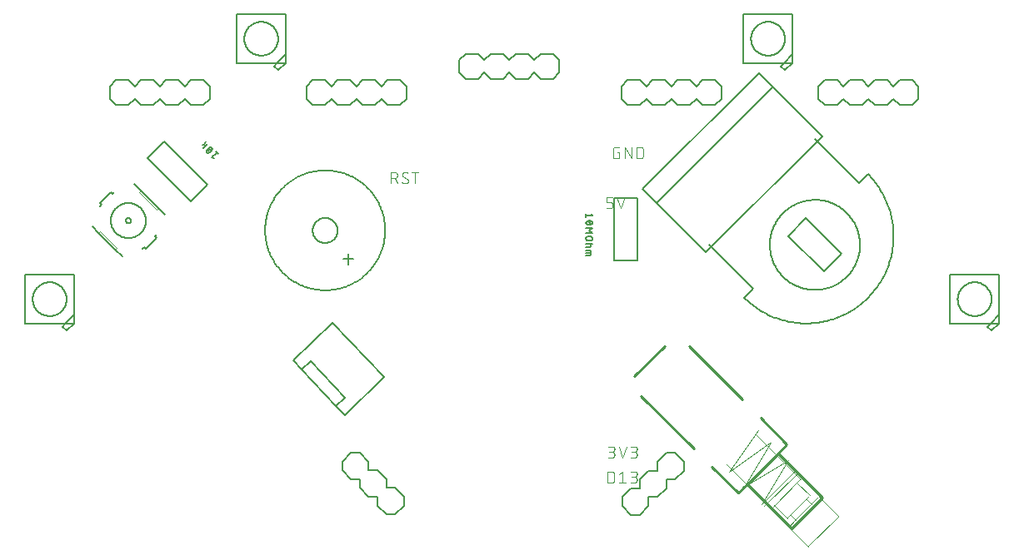
<source format=gto>
G75*
%MOIN*%
%OFA0B0*%
%FSLAX25Y25*%
%IPPOS*%
%LPD*%
%AMOC8*
5,1,8,0,0,1.08239X$1,22.5*
%
%ADD10C,0.00600*%
%ADD11C,0.00500*%
%ADD12C,0.00800*%
%ADD13C,0.00400*%
%ADD14C,0.00200*%
%ADD15C,0.00004*%
%ADD16C,0.01000*%
D10*
X0160517Y0144758D02*
X0164784Y0144758D01*
X0162651Y0142625D02*
X0162651Y0146892D01*
X0148406Y0156280D02*
X0148408Y0156421D01*
X0148414Y0156562D01*
X0148424Y0156702D01*
X0148438Y0156842D01*
X0148456Y0156982D01*
X0148477Y0157121D01*
X0148503Y0157260D01*
X0148532Y0157398D01*
X0148566Y0157534D01*
X0148603Y0157670D01*
X0148644Y0157805D01*
X0148689Y0157939D01*
X0148738Y0158071D01*
X0148790Y0158202D01*
X0148846Y0158331D01*
X0148906Y0158458D01*
X0148969Y0158584D01*
X0149035Y0158708D01*
X0149106Y0158831D01*
X0149179Y0158951D01*
X0149256Y0159069D01*
X0149336Y0159185D01*
X0149420Y0159298D01*
X0149506Y0159409D01*
X0149596Y0159518D01*
X0149689Y0159624D01*
X0149784Y0159727D01*
X0149883Y0159828D01*
X0149984Y0159926D01*
X0150088Y0160021D01*
X0150195Y0160113D01*
X0150304Y0160202D01*
X0150416Y0160287D01*
X0150530Y0160370D01*
X0150646Y0160450D01*
X0150765Y0160526D01*
X0150886Y0160598D01*
X0151008Y0160668D01*
X0151133Y0160733D01*
X0151259Y0160796D01*
X0151387Y0160854D01*
X0151517Y0160909D01*
X0151648Y0160961D01*
X0151781Y0161008D01*
X0151915Y0161052D01*
X0152050Y0161093D01*
X0152186Y0161129D01*
X0152323Y0161161D01*
X0152461Y0161190D01*
X0152599Y0161215D01*
X0152739Y0161235D01*
X0152879Y0161252D01*
X0153019Y0161265D01*
X0153160Y0161274D01*
X0153300Y0161279D01*
X0153441Y0161280D01*
X0153582Y0161277D01*
X0153723Y0161270D01*
X0153863Y0161259D01*
X0154003Y0161244D01*
X0154143Y0161225D01*
X0154282Y0161203D01*
X0154420Y0161176D01*
X0154558Y0161146D01*
X0154694Y0161111D01*
X0154830Y0161073D01*
X0154964Y0161031D01*
X0155098Y0160985D01*
X0155230Y0160936D01*
X0155360Y0160882D01*
X0155489Y0160825D01*
X0155616Y0160765D01*
X0155742Y0160701D01*
X0155865Y0160633D01*
X0155987Y0160562D01*
X0156107Y0160488D01*
X0156224Y0160410D01*
X0156339Y0160329D01*
X0156452Y0160245D01*
X0156563Y0160158D01*
X0156671Y0160067D01*
X0156776Y0159974D01*
X0156879Y0159877D01*
X0156979Y0159778D01*
X0157076Y0159676D01*
X0157170Y0159571D01*
X0157261Y0159464D01*
X0157349Y0159354D01*
X0157434Y0159242D01*
X0157516Y0159127D01*
X0157595Y0159010D01*
X0157670Y0158891D01*
X0157742Y0158770D01*
X0157810Y0158647D01*
X0157875Y0158522D01*
X0157937Y0158395D01*
X0157994Y0158266D01*
X0158049Y0158136D01*
X0158099Y0158005D01*
X0158146Y0157872D01*
X0158189Y0157738D01*
X0158228Y0157602D01*
X0158263Y0157466D01*
X0158295Y0157329D01*
X0158322Y0157191D01*
X0158346Y0157052D01*
X0158366Y0156912D01*
X0158382Y0156772D01*
X0158394Y0156632D01*
X0158402Y0156491D01*
X0158406Y0156350D01*
X0158406Y0156210D01*
X0158402Y0156069D01*
X0158394Y0155928D01*
X0158382Y0155788D01*
X0158366Y0155648D01*
X0158346Y0155508D01*
X0158322Y0155369D01*
X0158295Y0155231D01*
X0158263Y0155094D01*
X0158228Y0154958D01*
X0158189Y0154822D01*
X0158146Y0154688D01*
X0158099Y0154555D01*
X0158049Y0154424D01*
X0157994Y0154294D01*
X0157937Y0154165D01*
X0157875Y0154038D01*
X0157810Y0153913D01*
X0157742Y0153790D01*
X0157670Y0153669D01*
X0157595Y0153550D01*
X0157516Y0153433D01*
X0157434Y0153318D01*
X0157349Y0153206D01*
X0157261Y0153096D01*
X0157170Y0152989D01*
X0157076Y0152884D01*
X0156979Y0152782D01*
X0156879Y0152683D01*
X0156776Y0152586D01*
X0156671Y0152493D01*
X0156563Y0152402D01*
X0156452Y0152315D01*
X0156339Y0152231D01*
X0156224Y0152150D01*
X0156107Y0152072D01*
X0155987Y0151998D01*
X0155865Y0151927D01*
X0155742Y0151859D01*
X0155616Y0151795D01*
X0155489Y0151735D01*
X0155360Y0151678D01*
X0155230Y0151624D01*
X0155098Y0151575D01*
X0154964Y0151529D01*
X0154830Y0151487D01*
X0154694Y0151449D01*
X0154558Y0151414D01*
X0154420Y0151384D01*
X0154282Y0151357D01*
X0154143Y0151335D01*
X0154003Y0151316D01*
X0153863Y0151301D01*
X0153723Y0151290D01*
X0153582Y0151283D01*
X0153441Y0151280D01*
X0153300Y0151281D01*
X0153160Y0151286D01*
X0153019Y0151295D01*
X0152879Y0151308D01*
X0152739Y0151325D01*
X0152599Y0151345D01*
X0152461Y0151370D01*
X0152323Y0151399D01*
X0152186Y0151431D01*
X0152050Y0151467D01*
X0151915Y0151508D01*
X0151781Y0151552D01*
X0151648Y0151599D01*
X0151517Y0151651D01*
X0151387Y0151706D01*
X0151259Y0151764D01*
X0151133Y0151827D01*
X0151008Y0151892D01*
X0150886Y0151962D01*
X0150765Y0152034D01*
X0150646Y0152110D01*
X0150530Y0152190D01*
X0150416Y0152273D01*
X0150304Y0152358D01*
X0150195Y0152447D01*
X0150088Y0152539D01*
X0149984Y0152634D01*
X0149883Y0152732D01*
X0149784Y0152833D01*
X0149689Y0152936D01*
X0149596Y0153042D01*
X0149506Y0153151D01*
X0149420Y0153262D01*
X0149336Y0153375D01*
X0149256Y0153491D01*
X0149179Y0153609D01*
X0149106Y0153729D01*
X0149035Y0153852D01*
X0148969Y0153976D01*
X0148906Y0154102D01*
X0148846Y0154229D01*
X0148790Y0154358D01*
X0148738Y0154489D01*
X0148689Y0154621D01*
X0148644Y0154755D01*
X0148603Y0154890D01*
X0148566Y0155026D01*
X0148532Y0155162D01*
X0148503Y0155300D01*
X0148477Y0155439D01*
X0148456Y0155578D01*
X0148438Y0155718D01*
X0148424Y0155858D01*
X0148414Y0155998D01*
X0148408Y0156139D01*
X0148406Y0156280D01*
X0129406Y0156280D02*
X0129413Y0156869D01*
X0129435Y0157458D01*
X0129471Y0158046D01*
X0129522Y0158632D01*
X0129586Y0159218D01*
X0129666Y0159802D01*
X0129759Y0160383D01*
X0129867Y0160962D01*
X0129989Y0161538D01*
X0130125Y0162112D01*
X0130275Y0162681D01*
X0130439Y0163247D01*
X0130617Y0163808D01*
X0130809Y0164365D01*
X0131014Y0164917D01*
X0131233Y0165464D01*
X0131465Y0166006D01*
X0131710Y0166541D01*
X0131969Y0167071D01*
X0132240Y0167594D01*
X0132524Y0168110D01*
X0132821Y0168618D01*
X0133130Y0169120D01*
X0133451Y0169614D01*
X0133784Y0170099D01*
X0134129Y0170577D01*
X0134486Y0171046D01*
X0134854Y0171505D01*
X0135233Y0171956D01*
X0135623Y0172397D01*
X0136024Y0172829D01*
X0136435Y0173251D01*
X0136857Y0173662D01*
X0137289Y0174063D01*
X0137730Y0174453D01*
X0138181Y0174832D01*
X0138640Y0175200D01*
X0139109Y0175557D01*
X0139587Y0175902D01*
X0140072Y0176235D01*
X0140566Y0176556D01*
X0141068Y0176865D01*
X0141576Y0177162D01*
X0142092Y0177446D01*
X0142615Y0177717D01*
X0143145Y0177976D01*
X0143680Y0178221D01*
X0144222Y0178453D01*
X0144769Y0178672D01*
X0145321Y0178877D01*
X0145878Y0179069D01*
X0146439Y0179247D01*
X0147005Y0179411D01*
X0147574Y0179561D01*
X0148148Y0179697D01*
X0148724Y0179819D01*
X0149303Y0179927D01*
X0149884Y0180020D01*
X0150468Y0180100D01*
X0151054Y0180164D01*
X0151640Y0180215D01*
X0152228Y0180251D01*
X0152817Y0180273D01*
X0153406Y0180280D01*
X0153995Y0180273D01*
X0154584Y0180251D01*
X0155172Y0180215D01*
X0155758Y0180164D01*
X0156344Y0180100D01*
X0156928Y0180020D01*
X0157509Y0179927D01*
X0158088Y0179819D01*
X0158664Y0179697D01*
X0159238Y0179561D01*
X0159807Y0179411D01*
X0160373Y0179247D01*
X0160934Y0179069D01*
X0161491Y0178877D01*
X0162043Y0178672D01*
X0162590Y0178453D01*
X0163132Y0178221D01*
X0163667Y0177976D01*
X0164197Y0177717D01*
X0164720Y0177446D01*
X0165236Y0177162D01*
X0165744Y0176865D01*
X0166246Y0176556D01*
X0166740Y0176235D01*
X0167225Y0175902D01*
X0167703Y0175557D01*
X0168172Y0175200D01*
X0168631Y0174832D01*
X0169082Y0174453D01*
X0169523Y0174063D01*
X0169955Y0173662D01*
X0170377Y0173251D01*
X0170788Y0172829D01*
X0171189Y0172397D01*
X0171579Y0171956D01*
X0171958Y0171505D01*
X0172326Y0171046D01*
X0172683Y0170577D01*
X0173028Y0170099D01*
X0173361Y0169614D01*
X0173682Y0169120D01*
X0173991Y0168618D01*
X0174288Y0168110D01*
X0174572Y0167594D01*
X0174843Y0167071D01*
X0175102Y0166541D01*
X0175347Y0166006D01*
X0175579Y0165464D01*
X0175798Y0164917D01*
X0176003Y0164365D01*
X0176195Y0163808D01*
X0176373Y0163247D01*
X0176537Y0162681D01*
X0176687Y0162112D01*
X0176823Y0161538D01*
X0176945Y0160962D01*
X0177053Y0160383D01*
X0177146Y0159802D01*
X0177226Y0159218D01*
X0177290Y0158632D01*
X0177341Y0158046D01*
X0177377Y0157458D01*
X0177399Y0156869D01*
X0177406Y0156280D01*
X0177399Y0155691D01*
X0177377Y0155102D01*
X0177341Y0154514D01*
X0177290Y0153928D01*
X0177226Y0153342D01*
X0177146Y0152758D01*
X0177053Y0152177D01*
X0176945Y0151598D01*
X0176823Y0151022D01*
X0176687Y0150448D01*
X0176537Y0149879D01*
X0176373Y0149313D01*
X0176195Y0148752D01*
X0176003Y0148195D01*
X0175798Y0147643D01*
X0175579Y0147096D01*
X0175347Y0146554D01*
X0175102Y0146019D01*
X0174843Y0145489D01*
X0174572Y0144966D01*
X0174288Y0144450D01*
X0173991Y0143942D01*
X0173682Y0143440D01*
X0173361Y0142946D01*
X0173028Y0142461D01*
X0172683Y0141983D01*
X0172326Y0141514D01*
X0171958Y0141055D01*
X0171579Y0140604D01*
X0171189Y0140163D01*
X0170788Y0139731D01*
X0170377Y0139309D01*
X0169955Y0138898D01*
X0169523Y0138497D01*
X0169082Y0138107D01*
X0168631Y0137728D01*
X0168172Y0137360D01*
X0167703Y0137003D01*
X0167225Y0136658D01*
X0166740Y0136325D01*
X0166246Y0136004D01*
X0165744Y0135695D01*
X0165236Y0135398D01*
X0164720Y0135114D01*
X0164197Y0134843D01*
X0163667Y0134584D01*
X0163132Y0134339D01*
X0162590Y0134107D01*
X0162043Y0133888D01*
X0161491Y0133683D01*
X0160934Y0133491D01*
X0160373Y0133313D01*
X0159807Y0133149D01*
X0159238Y0132999D01*
X0158664Y0132863D01*
X0158088Y0132741D01*
X0157509Y0132633D01*
X0156928Y0132540D01*
X0156344Y0132460D01*
X0155758Y0132396D01*
X0155172Y0132345D01*
X0154584Y0132309D01*
X0153995Y0132287D01*
X0153406Y0132280D01*
X0152817Y0132287D01*
X0152228Y0132309D01*
X0151640Y0132345D01*
X0151054Y0132396D01*
X0150468Y0132460D01*
X0149884Y0132540D01*
X0149303Y0132633D01*
X0148724Y0132741D01*
X0148148Y0132863D01*
X0147574Y0132999D01*
X0147005Y0133149D01*
X0146439Y0133313D01*
X0145878Y0133491D01*
X0145321Y0133683D01*
X0144769Y0133888D01*
X0144222Y0134107D01*
X0143680Y0134339D01*
X0143145Y0134584D01*
X0142615Y0134843D01*
X0142092Y0135114D01*
X0141576Y0135398D01*
X0141068Y0135695D01*
X0140566Y0136004D01*
X0140072Y0136325D01*
X0139587Y0136658D01*
X0139109Y0137003D01*
X0138640Y0137360D01*
X0138181Y0137728D01*
X0137730Y0138107D01*
X0137289Y0138497D01*
X0136857Y0138898D01*
X0136435Y0139309D01*
X0136024Y0139731D01*
X0135623Y0140163D01*
X0135233Y0140604D01*
X0134854Y0141055D01*
X0134486Y0141514D01*
X0134129Y0141983D01*
X0133784Y0142461D01*
X0133451Y0142946D01*
X0133130Y0143440D01*
X0132821Y0143942D01*
X0132524Y0144450D01*
X0132240Y0144966D01*
X0131969Y0145489D01*
X0131710Y0146019D01*
X0131465Y0146554D01*
X0131233Y0147096D01*
X0131014Y0147643D01*
X0130809Y0148195D01*
X0130617Y0148752D01*
X0130439Y0149313D01*
X0130275Y0149879D01*
X0130125Y0150448D01*
X0129989Y0151022D01*
X0129867Y0151598D01*
X0129759Y0152177D01*
X0129666Y0152758D01*
X0129586Y0153342D01*
X0129522Y0153928D01*
X0129471Y0154514D01*
X0129435Y0155102D01*
X0129413Y0155691D01*
X0129406Y0156280D01*
X0089162Y0162692D02*
X0086687Y0165167D01*
X0079616Y0172238D01*
X0077141Y0174713D01*
X0069009Y0171531D02*
X0068302Y0170824D01*
X0067595Y0171531D01*
X0063352Y0167288D01*
X0064060Y0166581D01*
X0063352Y0165874D01*
X0073666Y0160217D02*
X0073668Y0160280D01*
X0073674Y0160342D01*
X0073684Y0160404D01*
X0073697Y0160466D01*
X0073715Y0160526D01*
X0073736Y0160585D01*
X0073761Y0160643D01*
X0073790Y0160699D01*
X0073822Y0160753D01*
X0073857Y0160805D01*
X0073895Y0160854D01*
X0073937Y0160902D01*
X0073981Y0160946D01*
X0074029Y0160988D01*
X0074078Y0161026D01*
X0074130Y0161061D01*
X0074184Y0161093D01*
X0074240Y0161122D01*
X0074298Y0161147D01*
X0074357Y0161168D01*
X0074417Y0161186D01*
X0074479Y0161199D01*
X0074541Y0161209D01*
X0074603Y0161215D01*
X0074666Y0161217D01*
X0074729Y0161215D01*
X0074791Y0161209D01*
X0074853Y0161199D01*
X0074915Y0161186D01*
X0074975Y0161168D01*
X0075034Y0161147D01*
X0075092Y0161122D01*
X0075148Y0161093D01*
X0075202Y0161061D01*
X0075254Y0161026D01*
X0075303Y0160988D01*
X0075351Y0160946D01*
X0075395Y0160902D01*
X0075437Y0160854D01*
X0075475Y0160805D01*
X0075510Y0160753D01*
X0075542Y0160699D01*
X0075571Y0160643D01*
X0075596Y0160585D01*
X0075617Y0160526D01*
X0075635Y0160466D01*
X0075648Y0160404D01*
X0075658Y0160342D01*
X0075664Y0160280D01*
X0075666Y0160217D01*
X0075664Y0160154D01*
X0075658Y0160092D01*
X0075648Y0160030D01*
X0075635Y0159968D01*
X0075617Y0159908D01*
X0075596Y0159849D01*
X0075571Y0159791D01*
X0075542Y0159735D01*
X0075510Y0159681D01*
X0075475Y0159629D01*
X0075437Y0159580D01*
X0075395Y0159532D01*
X0075351Y0159488D01*
X0075303Y0159446D01*
X0075254Y0159408D01*
X0075202Y0159373D01*
X0075148Y0159341D01*
X0075092Y0159312D01*
X0075034Y0159287D01*
X0074975Y0159266D01*
X0074915Y0159248D01*
X0074853Y0159235D01*
X0074791Y0159225D01*
X0074729Y0159219D01*
X0074666Y0159217D01*
X0074603Y0159219D01*
X0074541Y0159225D01*
X0074479Y0159235D01*
X0074417Y0159248D01*
X0074357Y0159266D01*
X0074298Y0159287D01*
X0074240Y0159312D01*
X0074184Y0159341D01*
X0074130Y0159373D01*
X0074078Y0159408D01*
X0074029Y0159446D01*
X0073981Y0159488D01*
X0073937Y0159532D01*
X0073895Y0159580D01*
X0073857Y0159629D01*
X0073822Y0159681D01*
X0073790Y0159735D01*
X0073761Y0159791D01*
X0073736Y0159849D01*
X0073715Y0159908D01*
X0073697Y0159968D01*
X0073684Y0160030D01*
X0073674Y0160092D01*
X0073668Y0160154D01*
X0073666Y0160217D01*
X0067666Y0160217D02*
X0067668Y0160389D01*
X0067674Y0160560D01*
X0067685Y0160732D01*
X0067700Y0160903D01*
X0067719Y0161074D01*
X0067742Y0161244D01*
X0067769Y0161414D01*
X0067801Y0161583D01*
X0067836Y0161751D01*
X0067876Y0161918D01*
X0067920Y0162084D01*
X0067967Y0162249D01*
X0068019Y0162413D01*
X0068075Y0162575D01*
X0068135Y0162736D01*
X0068199Y0162896D01*
X0068267Y0163054D01*
X0068338Y0163210D01*
X0068413Y0163364D01*
X0068493Y0163517D01*
X0068575Y0163667D01*
X0068662Y0163816D01*
X0068752Y0163962D01*
X0068846Y0164106D01*
X0068943Y0164248D01*
X0069044Y0164387D01*
X0069148Y0164524D01*
X0069255Y0164658D01*
X0069366Y0164789D01*
X0069479Y0164918D01*
X0069596Y0165044D01*
X0069716Y0165167D01*
X0069839Y0165287D01*
X0069965Y0165404D01*
X0070094Y0165517D01*
X0070225Y0165628D01*
X0070359Y0165735D01*
X0070496Y0165839D01*
X0070635Y0165940D01*
X0070777Y0166037D01*
X0070921Y0166131D01*
X0071067Y0166221D01*
X0071216Y0166308D01*
X0071366Y0166390D01*
X0071519Y0166470D01*
X0071673Y0166545D01*
X0071829Y0166616D01*
X0071987Y0166684D01*
X0072147Y0166748D01*
X0072308Y0166808D01*
X0072470Y0166864D01*
X0072634Y0166916D01*
X0072799Y0166963D01*
X0072965Y0167007D01*
X0073132Y0167047D01*
X0073300Y0167082D01*
X0073469Y0167114D01*
X0073639Y0167141D01*
X0073809Y0167164D01*
X0073980Y0167183D01*
X0074151Y0167198D01*
X0074323Y0167209D01*
X0074494Y0167215D01*
X0074666Y0167217D01*
X0074838Y0167215D01*
X0075009Y0167209D01*
X0075181Y0167198D01*
X0075352Y0167183D01*
X0075523Y0167164D01*
X0075693Y0167141D01*
X0075863Y0167114D01*
X0076032Y0167082D01*
X0076200Y0167047D01*
X0076367Y0167007D01*
X0076533Y0166963D01*
X0076698Y0166916D01*
X0076862Y0166864D01*
X0077024Y0166808D01*
X0077185Y0166748D01*
X0077345Y0166684D01*
X0077503Y0166616D01*
X0077659Y0166545D01*
X0077813Y0166470D01*
X0077966Y0166390D01*
X0078116Y0166308D01*
X0078265Y0166221D01*
X0078411Y0166131D01*
X0078555Y0166037D01*
X0078697Y0165940D01*
X0078836Y0165839D01*
X0078973Y0165735D01*
X0079107Y0165628D01*
X0079238Y0165517D01*
X0079367Y0165404D01*
X0079493Y0165287D01*
X0079616Y0165167D01*
X0079736Y0165044D01*
X0079853Y0164918D01*
X0079966Y0164789D01*
X0080077Y0164658D01*
X0080184Y0164524D01*
X0080288Y0164387D01*
X0080389Y0164248D01*
X0080486Y0164106D01*
X0080580Y0163962D01*
X0080670Y0163816D01*
X0080757Y0163667D01*
X0080839Y0163517D01*
X0080919Y0163364D01*
X0080994Y0163210D01*
X0081065Y0163054D01*
X0081133Y0162896D01*
X0081197Y0162736D01*
X0081257Y0162575D01*
X0081313Y0162413D01*
X0081365Y0162249D01*
X0081412Y0162084D01*
X0081456Y0161918D01*
X0081496Y0161751D01*
X0081531Y0161583D01*
X0081563Y0161414D01*
X0081590Y0161244D01*
X0081613Y0161074D01*
X0081632Y0160903D01*
X0081647Y0160732D01*
X0081658Y0160560D01*
X0081664Y0160389D01*
X0081666Y0160217D01*
X0081664Y0160045D01*
X0081658Y0159874D01*
X0081647Y0159702D01*
X0081632Y0159531D01*
X0081613Y0159360D01*
X0081590Y0159190D01*
X0081563Y0159020D01*
X0081531Y0158851D01*
X0081496Y0158683D01*
X0081456Y0158516D01*
X0081412Y0158350D01*
X0081365Y0158185D01*
X0081313Y0158021D01*
X0081257Y0157859D01*
X0081197Y0157698D01*
X0081133Y0157538D01*
X0081065Y0157380D01*
X0080994Y0157224D01*
X0080919Y0157070D01*
X0080839Y0156917D01*
X0080757Y0156767D01*
X0080670Y0156618D01*
X0080580Y0156472D01*
X0080486Y0156328D01*
X0080389Y0156186D01*
X0080288Y0156047D01*
X0080184Y0155910D01*
X0080077Y0155776D01*
X0079966Y0155645D01*
X0079853Y0155516D01*
X0079736Y0155390D01*
X0079616Y0155267D01*
X0079493Y0155147D01*
X0079367Y0155030D01*
X0079238Y0154917D01*
X0079107Y0154806D01*
X0078973Y0154699D01*
X0078836Y0154595D01*
X0078697Y0154494D01*
X0078555Y0154397D01*
X0078411Y0154303D01*
X0078265Y0154213D01*
X0078116Y0154126D01*
X0077966Y0154044D01*
X0077813Y0153964D01*
X0077659Y0153889D01*
X0077503Y0153818D01*
X0077345Y0153750D01*
X0077185Y0153686D01*
X0077024Y0153626D01*
X0076862Y0153570D01*
X0076698Y0153518D01*
X0076533Y0153471D01*
X0076367Y0153427D01*
X0076200Y0153387D01*
X0076032Y0153352D01*
X0075863Y0153320D01*
X0075693Y0153293D01*
X0075523Y0153270D01*
X0075352Y0153251D01*
X0075181Y0153236D01*
X0075009Y0153225D01*
X0074838Y0153219D01*
X0074666Y0153217D01*
X0074494Y0153219D01*
X0074323Y0153225D01*
X0074151Y0153236D01*
X0073980Y0153251D01*
X0073809Y0153270D01*
X0073639Y0153293D01*
X0073469Y0153320D01*
X0073300Y0153352D01*
X0073132Y0153387D01*
X0072965Y0153427D01*
X0072799Y0153471D01*
X0072634Y0153518D01*
X0072470Y0153570D01*
X0072308Y0153626D01*
X0072147Y0153686D01*
X0071987Y0153750D01*
X0071829Y0153818D01*
X0071673Y0153889D01*
X0071519Y0153964D01*
X0071366Y0154044D01*
X0071216Y0154126D01*
X0071067Y0154213D01*
X0070921Y0154303D01*
X0070777Y0154397D01*
X0070635Y0154494D01*
X0070496Y0154595D01*
X0070359Y0154699D01*
X0070225Y0154806D01*
X0070094Y0154917D01*
X0069965Y0155030D01*
X0069839Y0155147D01*
X0069716Y0155267D01*
X0069596Y0155390D01*
X0069479Y0155516D01*
X0069366Y0155645D01*
X0069255Y0155776D01*
X0069148Y0155910D01*
X0069044Y0156047D01*
X0068943Y0156186D01*
X0068846Y0156328D01*
X0068752Y0156472D01*
X0068662Y0156618D01*
X0068575Y0156767D01*
X0068493Y0156917D01*
X0068413Y0157070D01*
X0068338Y0157224D01*
X0068267Y0157380D01*
X0068199Y0157538D01*
X0068135Y0157698D01*
X0068075Y0157859D01*
X0068019Y0158021D01*
X0067967Y0158185D01*
X0067920Y0158350D01*
X0067876Y0158516D01*
X0067836Y0158683D01*
X0067801Y0158851D01*
X0067769Y0159020D01*
X0067742Y0159190D01*
X0067719Y0159360D01*
X0067700Y0159531D01*
X0067685Y0159702D01*
X0067674Y0159874D01*
X0067668Y0160045D01*
X0067666Y0160217D01*
X0062645Y0155268D02*
X0069363Y0148550D01*
X0072191Y0145722D01*
X0080323Y0148904D02*
X0081030Y0149611D01*
X0081737Y0148904D01*
X0085980Y0153146D01*
X0085273Y0153853D01*
X0085980Y0154560D01*
X0062645Y0155268D02*
X0060170Y0157742D01*
D11*
X0053013Y0138564D02*
X0033328Y0138564D01*
X0033328Y0118879D01*
X0049469Y0118879D01*
X0048288Y0117698D01*
X0049863Y0116123D01*
X0053013Y0118879D01*
X0049469Y0118879D01*
X0053013Y0122422D01*
X0053013Y0118879D01*
X0053013Y0122422D02*
X0053013Y0138564D01*
X0036397Y0128721D02*
X0036399Y0128887D01*
X0036405Y0129053D01*
X0036415Y0129219D01*
X0036430Y0129385D01*
X0036448Y0129550D01*
X0036470Y0129715D01*
X0036497Y0129879D01*
X0036527Y0130042D01*
X0036562Y0130205D01*
X0036600Y0130367D01*
X0036642Y0130527D01*
X0036689Y0130687D01*
X0036739Y0130846D01*
X0036793Y0131003D01*
X0036851Y0131159D01*
X0036913Y0131313D01*
X0036978Y0131466D01*
X0037047Y0131617D01*
X0037120Y0131766D01*
X0037197Y0131914D01*
X0037277Y0132059D01*
X0037361Y0132203D01*
X0037448Y0132345D01*
X0037538Y0132484D01*
X0037632Y0132621D01*
X0037730Y0132756D01*
X0037831Y0132888D01*
X0037934Y0133018D01*
X0038041Y0133145D01*
X0038152Y0133269D01*
X0038265Y0133391D01*
X0038381Y0133510D01*
X0038500Y0133626D01*
X0038622Y0133739D01*
X0038746Y0133850D01*
X0038873Y0133957D01*
X0039003Y0134060D01*
X0039135Y0134161D01*
X0039270Y0134259D01*
X0039407Y0134353D01*
X0039546Y0134443D01*
X0039688Y0134530D01*
X0039832Y0134614D01*
X0039977Y0134694D01*
X0040125Y0134771D01*
X0040274Y0134844D01*
X0040425Y0134913D01*
X0040578Y0134978D01*
X0040732Y0135040D01*
X0040888Y0135098D01*
X0041045Y0135152D01*
X0041204Y0135202D01*
X0041364Y0135249D01*
X0041524Y0135291D01*
X0041686Y0135329D01*
X0041849Y0135364D01*
X0042012Y0135394D01*
X0042176Y0135421D01*
X0042341Y0135443D01*
X0042506Y0135461D01*
X0042672Y0135476D01*
X0042838Y0135486D01*
X0043004Y0135492D01*
X0043170Y0135494D01*
X0043336Y0135492D01*
X0043502Y0135486D01*
X0043668Y0135476D01*
X0043834Y0135461D01*
X0043999Y0135443D01*
X0044164Y0135421D01*
X0044328Y0135394D01*
X0044491Y0135364D01*
X0044654Y0135329D01*
X0044816Y0135291D01*
X0044976Y0135249D01*
X0045136Y0135202D01*
X0045295Y0135152D01*
X0045452Y0135098D01*
X0045608Y0135040D01*
X0045762Y0134978D01*
X0045915Y0134913D01*
X0046066Y0134844D01*
X0046215Y0134771D01*
X0046363Y0134694D01*
X0046508Y0134614D01*
X0046652Y0134530D01*
X0046794Y0134443D01*
X0046933Y0134353D01*
X0047070Y0134259D01*
X0047205Y0134161D01*
X0047337Y0134060D01*
X0047467Y0133957D01*
X0047594Y0133850D01*
X0047718Y0133739D01*
X0047840Y0133626D01*
X0047959Y0133510D01*
X0048075Y0133391D01*
X0048188Y0133269D01*
X0048299Y0133145D01*
X0048406Y0133018D01*
X0048509Y0132888D01*
X0048610Y0132756D01*
X0048708Y0132621D01*
X0048802Y0132484D01*
X0048892Y0132345D01*
X0048979Y0132203D01*
X0049063Y0132059D01*
X0049143Y0131914D01*
X0049220Y0131766D01*
X0049293Y0131617D01*
X0049362Y0131466D01*
X0049427Y0131313D01*
X0049489Y0131159D01*
X0049547Y0131003D01*
X0049601Y0130846D01*
X0049651Y0130687D01*
X0049698Y0130527D01*
X0049740Y0130367D01*
X0049778Y0130205D01*
X0049813Y0130042D01*
X0049843Y0129879D01*
X0049870Y0129715D01*
X0049892Y0129550D01*
X0049910Y0129385D01*
X0049925Y0129219D01*
X0049935Y0129053D01*
X0049941Y0128887D01*
X0049943Y0128721D01*
X0049941Y0128555D01*
X0049935Y0128389D01*
X0049925Y0128223D01*
X0049910Y0128057D01*
X0049892Y0127892D01*
X0049870Y0127727D01*
X0049843Y0127563D01*
X0049813Y0127400D01*
X0049778Y0127237D01*
X0049740Y0127075D01*
X0049698Y0126915D01*
X0049651Y0126755D01*
X0049601Y0126596D01*
X0049547Y0126439D01*
X0049489Y0126283D01*
X0049427Y0126129D01*
X0049362Y0125976D01*
X0049293Y0125825D01*
X0049220Y0125676D01*
X0049143Y0125528D01*
X0049063Y0125383D01*
X0048979Y0125239D01*
X0048892Y0125097D01*
X0048802Y0124958D01*
X0048708Y0124821D01*
X0048610Y0124686D01*
X0048509Y0124554D01*
X0048406Y0124424D01*
X0048299Y0124297D01*
X0048188Y0124173D01*
X0048075Y0124051D01*
X0047959Y0123932D01*
X0047840Y0123816D01*
X0047718Y0123703D01*
X0047594Y0123592D01*
X0047467Y0123485D01*
X0047337Y0123382D01*
X0047205Y0123281D01*
X0047070Y0123183D01*
X0046933Y0123089D01*
X0046794Y0122999D01*
X0046652Y0122912D01*
X0046508Y0122828D01*
X0046363Y0122748D01*
X0046215Y0122671D01*
X0046066Y0122598D01*
X0045915Y0122529D01*
X0045762Y0122464D01*
X0045608Y0122402D01*
X0045452Y0122344D01*
X0045295Y0122290D01*
X0045136Y0122240D01*
X0044976Y0122193D01*
X0044816Y0122151D01*
X0044654Y0122113D01*
X0044491Y0122078D01*
X0044328Y0122048D01*
X0044164Y0122021D01*
X0043999Y0121999D01*
X0043834Y0121981D01*
X0043668Y0121966D01*
X0043502Y0121956D01*
X0043336Y0121950D01*
X0043170Y0121948D01*
X0043004Y0121950D01*
X0042838Y0121956D01*
X0042672Y0121966D01*
X0042506Y0121981D01*
X0042341Y0121999D01*
X0042176Y0122021D01*
X0042012Y0122048D01*
X0041849Y0122078D01*
X0041686Y0122113D01*
X0041524Y0122151D01*
X0041364Y0122193D01*
X0041204Y0122240D01*
X0041045Y0122290D01*
X0040888Y0122344D01*
X0040732Y0122402D01*
X0040578Y0122464D01*
X0040425Y0122529D01*
X0040274Y0122598D01*
X0040125Y0122671D01*
X0039977Y0122748D01*
X0039832Y0122828D01*
X0039688Y0122912D01*
X0039546Y0122999D01*
X0039407Y0123089D01*
X0039270Y0123183D01*
X0039135Y0123281D01*
X0039003Y0123382D01*
X0038873Y0123485D01*
X0038746Y0123592D01*
X0038622Y0123703D01*
X0038500Y0123816D01*
X0038381Y0123932D01*
X0038265Y0124051D01*
X0038152Y0124173D01*
X0038041Y0124297D01*
X0037934Y0124424D01*
X0037831Y0124554D01*
X0037730Y0124686D01*
X0037632Y0124821D01*
X0037538Y0124958D01*
X0037448Y0125097D01*
X0037361Y0125239D01*
X0037277Y0125383D01*
X0037197Y0125528D01*
X0037120Y0125676D01*
X0037047Y0125825D01*
X0036978Y0125976D01*
X0036913Y0126129D01*
X0036851Y0126283D01*
X0036793Y0126439D01*
X0036739Y0126596D01*
X0036689Y0126755D01*
X0036642Y0126915D01*
X0036600Y0127075D01*
X0036562Y0127237D01*
X0036527Y0127400D01*
X0036497Y0127563D01*
X0036470Y0127727D01*
X0036448Y0127892D01*
X0036430Y0128057D01*
X0036415Y0128223D01*
X0036405Y0128389D01*
X0036399Y0128555D01*
X0036397Y0128721D01*
X0108131Y0185436D02*
X0110040Y0187346D01*
X0109510Y0187876D02*
X0110571Y0186815D01*
X0109086Y0185330D02*
X0108131Y0185436D01*
X0105988Y0188109D02*
X0106020Y0188195D01*
X0106055Y0188280D01*
X0106094Y0188363D01*
X0106136Y0188444D01*
X0106181Y0188524D01*
X0106230Y0188602D01*
X0106282Y0188678D01*
X0106337Y0188751D01*
X0106394Y0188822D01*
X0106455Y0188891D01*
X0106519Y0188957D01*
X0107579Y0187897D02*
X0107643Y0187963D01*
X0107704Y0188032D01*
X0107761Y0188103D01*
X0107816Y0188176D01*
X0107868Y0188252D01*
X0107917Y0188330D01*
X0107962Y0188410D01*
X0108004Y0188491D01*
X0108043Y0188574D01*
X0108078Y0188659D01*
X0108110Y0188745D01*
X0108004Y0188533D02*
X0106095Y0188321D01*
X0105988Y0188109D02*
X0105970Y0188067D01*
X0105955Y0188024D01*
X0105944Y0187979D01*
X0105936Y0187934D01*
X0105932Y0187888D01*
X0105932Y0187842D01*
X0105936Y0187796D01*
X0105944Y0187751D01*
X0105955Y0187707D01*
X0105970Y0187663D01*
X0105988Y0187621D01*
X0106010Y0187581D01*
X0106035Y0187543D01*
X0106063Y0187506D01*
X0106095Y0187473D01*
X0106128Y0187441D01*
X0106165Y0187413D01*
X0106203Y0187388D01*
X0106243Y0187366D01*
X0106285Y0187348D01*
X0106329Y0187333D01*
X0106373Y0187322D01*
X0106418Y0187314D01*
X0106464Y0187310D01*
X0106510Y0187310D01*
X0106556Y0187314D01*
X0106601Y0187322D01*
X0106646Y0187333D01*
X0106689Y0187348D01*
X0106731Y0187366D01*
X0106519Y0188957D02*
X0106585Y0189021D01*
X0106654Y0189082D01*
X0106725Y0189139D01*
X0106798Y0189194D01*
X0106874Y0189246D01*
X0106952Y0189295D01*
X0107032Y0189340D01*
X0107113Y0189382D01*
X0107196Y0189421D01*
X0107281Y0189456D01*
X0107367Y0189488D01*
X0107367Y0189489D02*
X0107409Y0189507D01*
X0107452Y0189522D01*
X0107497Y0189533D01*
X0107542Y0189541D01*
X0107588Y0189545D01*
X0107634Y0189545D01*
X0107680Y0189541D01*
X0107725Y0189533D01*
X0107769Y0189522D01*
X0107813Y0189507D01*
X0107855Y0189489D01*
X0107895Y0189467D01*
X0107933Y0189442D01*
X0107970Y0189414D01*
X0108003Y0189382D01*
X0108035Y0189349D01*
X0108063Y0189312D01*
X0108088Y0189274D01*
X0108110Y0189234D01*
X0108128Y0189192D01*
X0108143Y0189148D01*
X0108154Y0189104D01*
X0108162Y0189059D01*
X0108166Y0189013D01*
X0108166Y0188967D01*
X0108162Y0188921D01*
X0108154Y0188876D01*
X0108143Y0188831D01*
X0108128Y0188788D01*
X0108110Y0188746D01*
X0107579Y0187897D02*
X0107513Y0187833D01*
X0107444Y0187772D01*
X0107373Y0187715D01*
X0107300Y0187660D01*
X0107224Y0187608D01*
X0107146Y0187559D01*
X0107066Y0187514D01*
X0106985Y0187472D01*
X0106902Y0187433D01*
X0106817Y0187398D01*
X0106731Y0187366D01*
X0104515Y0189053D02*
X0106424Y0190962D01*
X0105787Y0190326D02*
X0104302Y0190538D01*
X0105151Y0190432D02*
X0105575Y0191810D01*
X0134509Y0220454D02*
X0132934Y0222028D01*
X0134115Y0223209D01*
X0137658Y0226753D01*
X0137658Y0223209D01*
X0134509Y0220454D01*
X0134115Y0223209D02*
X0117973Y0223209D01*
X0117973Y0242894D01*
X0137658Y0242894D01*
X0137658Y0226753D01*
X0137658Y0223209D02*
X0134115Y0223209D01*
X0121043Y0233052D02*
X0121045Y0233218D01*
X0121051Y0233384D01*
X0121061Y0233550D01*
X0121076Y0233716D01*
X0121094Y0233881D01*
X0121116Y0234046D01*
X0121143Y0234210D01*
X0121173Y0234373D01*
X0121208Y0234536D01*
X0121246Y0234698D01*
X0121288Y0234858D01*
X0121335Y0235018D01*
X0121385Y0235177D01*
X0121439Y0235334D01*
X0121497Y0235490D01*
X0121559Y0235644D01*
X0121624Y0235797D01*
X0121693Y0235948D01*
X0121766Y0236097D01*
X0121843Y0236245D01*
X0121923Y0236390D01*
X0122007Y0236534D01*
X0122094Y0236676D01*
X0122184Y0236815D01*
X0122278Y0236952D01*
X0122376Y0237087D01*
X0122477Y0237219D01*
X0122580Y0237349D01*
X0122687Y0237476D01*
X0122798Y0237600D01*
X0122911Y0237722D01*
X0123027Y0237841D01*
X0123146Y0237957D01*
X0123268Y0238070D01*
X0123392Y0238181D01*
X0123519Y0238288D01*
X0123649Y0238391D01*
X0123781Y0238492D01*
X0123916Y0238590D01*
X0124053Y0238684D01*
X0124192Y0238774D01*
X0124334Y0238861D01*
X0124478Y0238945D01*
X0124623Y0239025D01*
X0124771Y0239102D01*
X0124920Y0239175D01*
X0125071Y0239244D01*
X0125224Y0239309D01*
X0125378Y0239371D01*
X0125534Y0239429D01*
X0125691Y0239483D01*
X0125850Y0239533D01*
X0126010Y0239580D01*
X0126170Y0239622D01*
X0126332Y0239660D01*
X0126495Y0239695D01*
X0126658Y0239725D01*
X0126822Y0239752D01*
X0126987Y0239774D01*
X0127152Y0239792D01*
X0127318Y0239807D01*
X0127484Y0239817D01*
X0127650Y0239823D01*
X0127816Y0239825D01*
X0127982Y0239823D01*
X0128148Y0239817D01*
X0128314Y0239807D01*
X0128480Y0239792D01*
X0128645Y0239774D01*
X0128810Y0239752D01*
X0128974Y0239725D01*
X0129137Y0239695D01*
X0129300Y0239660D01*
X0129462Y0239622D01*
X0129622Y0239580D01*
X0129782Y0239533D01*
X0129941Y0239483D01*
X0130098Y0239429D01*
X0130254Y0239371D01*
X0130408Y0239309D01*
X0130561Y0239244D01*
X0130712Y0239175D01*
X0130861Y0239102D01*
X0131009Y0239025D01*
X0131154Y0238945D01*
X0131298Y0238861D01*
X0131440Y0238774D01*
X0131579Y0238684D01*
X0131716Y0238590D01*
X0131851Y0238492D01*
X0131983Y0238391D01*
X0132113Y0238288D01*
X0132240Y0238181D01*
X0132364Y0238070D01*
X0132486Y0237957D01*
X0132605Y0237841D01*
X0132721Y0237722D01*
X0132834Y0237600D01*
X0132945Y0237476D01*
X0133052Y0237349D01*
X0133155Y0237219D01*
X0133256Y0237087D01*
X0133354Y0236952D01*
X0133448Y0236815D01*
X0133538Y0236676D01*
X0133625Y0236534D01*
X0133709Y0236390D01*
X0133789Y0236245D01*
X0133866Y0236097D01*
X0133939Y0235948D01*
X0134008Y0235797D01*
X0134073Y0235644D01*
X0134135Y0235490D01*
X0134193Y0235334D01*
X0134247Y0235177D01*
X0134297Y0235018D01*
X0134344Y0234858D01*
X0134386Y0234698D01*
X0134424Y0234536D01*
X0134459Y0234373D01*
X0134489Y0234210D01*
X0134516Y0234046D01*
X0134538Y0233881D01*
X0134556Y0233716D01*
X0134571Y0233550D01*
X0134581Y0233384D01*
X0134587Y0233218D01*
X0134589Y0233052D01*
X0134587Y0232886D01*
X0134581Y0232720D01*
X0134571Y0232554D01*
X0134556Y0232388D01*
X0134538Y0232223D01*
X0134516Y0232058D01*
X0134489Y0231894D01*
X0134459Y0231731D01*
X0134424Y0231568D01*
X0134386Y0231406D01*
X0134344Y0231246D01*
X0134297Y0231086D01*
X0134247Y0230927D01*
X0134193Y0230770D01*
X0134135Y0230614D01*
X0134073Y0230460D01*
X0134008Y0230307D01*
X0133939Y0230156D01*
X0133866Y0230007D01*
X0133789Y0229859D01*
X0133709Y0229714D01*
X0133625Y0229570D01*
X0133538Y0229428D01*
X0133448Y0229289D01*
X0133354Y0229152D01*
X0133256Y0229017D01*
X0133155Y0228885D01*
X0133052Y0228755D01*
X0132945Y0228628D01*
X0132834Y0228504D01*
X0132721Y0228382D01*
X0132605Y0228263D01*
X0132486Y0228147D01*
X0132364Y0228034D01*
X0132240Y0227923D01*
X0132113Y0227816D01*
X0131983Y0227713D01*
X0131851Y0227612D01*
X0131716Y0227514D01*
X0131579Y0227420D01*
X0131440Y0227330D01*
X0131298Y0227243D01*
X0131154Y0227159D01*
X0131009Y0227079D01*
X0130861Y0227002D01*
X0130712Y0226929D01*
X0130561Y0226860D01*
X0130408Y0226795D01*
X0130254Y0226733D01*
X0130098Y0226675D01*
X0129941Y0226621D01*
X0129782Y0226571D01*
X0129622Y0226524D01*
X0129462Y0226482D01*
X0129300Y0226444D01*
X0129137Y0226409D01*
X0128974Y0226379D01*
X0128810Y0226352D01*
X0128645Y0226330D01*
X0128480Y0226312D01*
X0128314Y0226297D01*
X0128148Y0226287D01*
X0127982Y0226281D01*
X0127816Y0226279D01*
X0127650Y0226281D01*
X0127484Y0226287D01*
X0127318Y0226297D01*
X0127152Y0226312D01*
X0126987Y0226330D01*
X0126822Y0226352D01*
X0126658Y0226379D01*
X0126495Y0226409D01*
X0126332Y0226444D01*
X0126170Y0226482D01*
X0126010Y0226524D01*
X0125850Y0226571D01*
X0125691Y0226621D01*
X0125534Y0226675D01*
X0125378Y0226733D01*
X0125224Y0226795D01*
X0125071Y0226860D01*
X0124920Y0226929D01*
X0124771Y0227002D01*
X0124623Y0227079D01*
X0124478Y0227159D01*
X0124334Y0227243D01*
X0124192Y0227330D01*
X0124053Y0227420D01*
X0123916Y0227514D01*
X0123781Y0227612D01*
X0123649Y0227713D01*
X0123519Y0227816D01*
X0123392Y0227923D01*
X0123268Y0228034D01*
X0123146Y0228147D01*
X0123027Y0228263D01*
X0122911Y0228382D01*
X0122798Y0228504D01*
X0122687Y0228628D01*
X0122580Y0228755D01*
X0122477Y0228885D01*
X0122376Y0229017D01*
X0122278Y0229152D01*
X0122184Y0229289D01*
X0122094Y0229428D01*
X0122007Y0229570D01*
X0121923Y0229714D01*
X0121843Y0229859D01*
X0121766Y0230007D01*
X0121693Y0230156D01*
X0121624Y0230307D01*
X0121559Y0230460D01*
X0121497Y0230614D01*
X0121439Y0230770D01*
X0121385Y0230927D01*
X0121335Y0231086D01*
X0121288Y0231246D01*
X0121246Y0231406D01*
X0121208Y0231568D01*
X0121173Y0231731D01*
X0121143Y0231894D01*
X0121116Y0232058D01*
X0121094Y0232223D01*
X0121076Y0232388D01*
X0121061Y0232554D01*
X0121051Y0232720D01*
X0121045Y0232886D01*
X0121043Y0233052D01*
X0257747Y0162993D02*
X0257747Y0161493D01*
X0257747Y0162243D02*
X0260447Y0162243D01*
X0259847Y0162993D01*
X0259097Y0158613D02*
X0259005Y0158615D01*
X0258914Y0158621D01*
X0258822Y0158630D01*
X0258732Y0158643D01*
X0258641Y0158660D01*
X0258552Y0158681D01*
X0258464Y0158705D01*
X0258376Y0158733D01*
X0258290Y0158764D01*
X0258205Y0158800D01*
X0258122Y0158838D01*
X0258079Y0158855D01*
X0258038Y0158875D01*
X0257999Y0158898D01*
X0257961Y0158925D01*
X0257926Y0158955D01*
X0257894Y0158987D01*
X0257864Y0159022D01*
X0257837Y0159059D01*
X0257814Y0159099D01*
X0257794Y0159140D01*
X0257777Y0159183D01*
X0257764Y0159227D01*
X0257755Y0159272D01*
X0257749Y0159317D01*
X0257747Y0159363D01*
X0257749Y0159409D01*
X0257755Y0159454D01*
X0257764Y0159499D01*
X0257777Y0159543D01*
X0257794Y0159586D01*
X0257814Y0159627D01*
X0257837Y0159667D01*
X0257864Y0159704D01*
X0257894Y0159739D01*
X0257926Y0159771D01*
X0257961Y0159801D01*
X0257999Y0159828D01*
X0258038Y0159851D01*
X0258079Y0159871D01*
X0258122Y0159888D01*
X0258347Y0159963D02*
X0259847Y0158763D01*
X0260072Y0158838D02*
X0260115Y0158855D01*
X0260156Y0158875D01*
X0260195Y0158898D01*
X0260233Y0158925D01*
X0260268Y0158955D01*
X0260300Y0158987D01*
X0260330Y0159022D01*
X0260357Y0159059D01*
X0260380Y0159099D01*
X0260400Y0159140D01*
X0260417Y0159183D01*
X0260430Y0159227D01*
X0260439Y0159272D01*
X0260445Y0159317D01*
X0260447Y0159363D01*
X0260445Y0159409D01*
X0260439Y0159454D01*
X0260430Y0159499D01*
X0260417Y0159543D01*
X0260400Y0159586D01*
X0260380Y0159627D01*
X0260357Y0159667D01*
X0260330Y0159704D01*
X0260300Y0159739D01*
X0260268Y0159771D01*
X0260233Y0159801D01*
X0260195Y0159828D01*
X0260156Y0159851D01*
X0260115Y0159871D01*
X0260072Y0159888D01*
X0260072Y0158838D02*
X0259989Y0158800D01*
X0259904Y0158764D01*
X0259818Y0158733D01*
X0259730Y0158705D01*
X0259642Y0158681D01*
X0259553Y0158660D01*
X0259462Y0158643D01*
X0259372Y0158630D01*
X0259280Y0158621D01*
X0259189Y0158615D01*
X0259097Y0158613D01*
X0259097Y0160113D02*
X0259005Y0160111D01*
X0258914Y0160105D01*
X0258822Y0160096D01*
X0258732Y0160083D01*
X0258641Y0160066D01*
X0258552Y0160045D01*
X0258464Y0160021D01*
X0258376Y0159993D01*
X0258290Y0159962D01*
X0258205Y0159926D01*
X0258122Y0159888D01*
X0259097Y0160113D02*
X0259189Y0160111D01*
X0259280Y0160105D01*
X0259372Y0160096D01*
X0259462Y0160083D01*
X0259553Y0160066D01*
X0259642Y0160045D01*
X0259730Y0160021D01*
X0259818Y0159993D01*
X0259904Y0159962D01*
X0259989Y0159926D01*
X0260072Y0159888D01*
X0260447Y0157095D02*
X0258947Y0156195D01*
X0260447Y0155295D01*
X0257747Y0155295D01*
X0258497Y0153777D02*
X0259697Y0153777D01*
X0259751Y0153775D01*
X0259804Y0153769D01*
X0259856Y0153760D01*
X0259908Y0153747D01*
X0259959Y0153730D01*
X0260009Y0153709D01*
X0260056Y0153685D01*
X0260102Y0153658D01*
X0260146Y0153627D01*
X0260188Y0153594D01*
X0260227Y0153557D01*
X0260264Y0153518D01*
X0260297Y0153476D01*
X0260328Y0153432D01*
X0260355Y0153386D01*
X0260379Y0153339D01*
X0260400Y0153289D01*
X0260417Y0153238D01*
X0260430Y0153186D01*
X0260439Y0153134D01*
X0260445Y0153081D01*
X0260447Y0153027D01*
X0260445Y0152973D01*
X0260439Y0152920D01*
X0260430Y0152868D01*
X0260417Y0152816D01*
X0260400Y0152765D01*
X0260379Y0152715D01*
X0260355Y0152668D01*
X0260328Y0152622D01*
X0260297Y0152578D01*
X0260264Y0152536D01*
X0260227Y0152497D01*
X0260188Y0152460D01*
X0260146Y0152427D01*
X0260102Y0152396D01*
X0260056Y0152369D01*
X0260009Y0152345D01*
X0259959Y0152324D01*
X0259908Y0152307D01*
X0259856Y0152294D01*
X0259804Y0152285D01*
X0259751Y0152279D01*
X0259697Y0152277D01*
X0258497Y0152277D01*
X0258443Y0152279D01*
X0258390Y0152285D01*
X0258338Y0152294D01*
X0258286Y0152307D01*
X0258235Y0152324D01*
X0258185Y0152345D01*
X0258138Y0152369D01*
X0258092Y0152396D01*
X0258048Y0152427D01*
X0258006Y0152460D01*
X0257967Y0152497D01*
X0257930Y0152536D01*
X0257897Y0152578D01*
X0257866Y0152622D01*
X0257839Y0152668D01*
X0257815Y0152715D01*
X0257794Y0152765D01*
X0257777Y0152816D01*
X0257764Y0152868D01*
X0257755Y0152920D01*
X0257749Y0152973D01*
X0257747Y0153027D01*
X0257749Y0153081D01*
X0257755Y0153134D01*
X0257764Y0153186D01*
X0257777Y0153238D01*
X0257794Y0153289D01*
X0257815Y0153339D01*
X0257839Y0153386D01*
X0257866Y0153432D01*
X0257897Y0153476D01*
X0257930Y0153518D01*
X0257967Y0153557D01*
X0258006Y0153594D01*
X0258048Y0153627D01*
X0258092Y0153658D01*
X0258138Y0153685D01*
X0258185Y0153709D01*
X0258235Y0153730D01*
X0258286Y0153747D01*
X0258338Y0153760D01*
X0258390Y0153769D01*
X0258443Y0153775D01*
X0258497Y0153777D01*
X0257747Y0150843D02*
X0260447Y0150843D01*
X0259547Y0150843D02*
X0259547Y0150093D01*
X0259545Y0150051D01*
X0259539Y0150010D01*
X0259530Y0149970D01*
X0259517Y0149930D01*
X0259500Y0149892D01*
X0259480Y0149856D01*
X0259456Y0149822D01*
X0259430Y0149790D01*
X0259400Y0149760D01*
X0259368Y0149734D01*
X0259334Y0149710D01*
X0259298Y0149690D01*
X0259260Y0149673D01*
X0259220Y0149660D01*
X0259180Y0149651D01*
X0259139Y0149645D01*
X0259097Y0149643D01*
X0257747Y0149643D01*
X0257747Y0148071D02*
X0259547Y0148071D01*
X0259547Y0146721D01*
X0259547Y0147171D02*
X0257747Y0147171D01*
X0257747Y0146271D02*
X0259097Y0146271D01*
X0259139Y0146273D01*
X0259180Y0146279D01*
X0259220Y0146288D01*
X0259260Y0146301D01*
X0259298Y0146318D01*
X0259334Y0146338D01*
X0259368Y0146362D01*
X0259400Y0146388D01*
X0259430Y0146418D01*
X0259456Y0146450D01*
X0259480Y0146484D01*
X0259500Y0146520D01*
X0259517Y0146558D01*
X0259530Y0146598D01*
X0259539Y0146638D01*
X0259545Y0146679D01*
X0259547Y0146721D01*
X0260447Y0157095D02*
X0257747Y0157095D01*
X0306922Y0150434D02*
X0324600Y0132756D01*
X0321064Y0129220D01*
X0338742Y0153969D02*
X0352884Y0139827D01*
X0359955Y0146898D01*
X0345813Y0161040D01*
X0338742Y0153969D01*
X0321064Y0129220D02*
X0321674Y0128625D01*
X0322299Y0128045D01*
X0322937Y0127480D01*
X0323589Y0126931D01*
X0324254Y0126397D01*
X0324931Y0125881D01*
X0325622Y0125380D01*
X0326324Y0124897D01*
X0327037Y0124431D01*
X0327762Y0123983D01*
X0328498Y0123552D01*
X0329244Y0123140D01*
X0329999Y0122745D01*
X0330764Y0122369D01*
X0331538Y0122012D01*
X0332321Y0121674D01*
X0333111Y0121355D01*
X0333909Y0121056D01*
X0334714Y0120775D01*
X0335526Y0120515D01*
X0336343Y0120274D01*
X0337167Y0120054D01*
X0337995Y0119853D01*
X0338828Y0119673D01*
X0339665Y0119513D01*
X0340506Y0119374D01*
X0341350Y0119255D01*
X0342197Y0119156D01*
X0343046Y0119079D01*
X0343896Y0119022D01*
X0344748Y0118985D01*
X0345600Y0118970D01*
X0346452Y0118975D01*
X0347304Y0119001D01*
X0348155Y0119047D01*
X0349005Y0119115D01*
X0349853Y0119203D01*
X0350698Y0119312D01*
X0351541Y0119441D01*
X0352380Y0119591D01*
X0353215Y0119761D01*
X0354046Y0119951D01*
X0354872Y0120162D01*
X0355692Y0120392D01*
X0356507Y0120643D01*
X0357315Y0120913D01*
X0358117Y0121203D01*
X0358911Y0121512D01*
X0359698Y0121841D01*
X0360476Y0122188D01*
X0361245Y0122555D01*
X0362006Y0122940D01*
X0362756Y0123344D01*
X0363497Y0123765D01*
X0364227Y0124205D01*
X0364947Y0124662D01*
X0365655Y0125137D01*
X0366351Y0125628D01*
X0367035Y0126137D01*
X0367706Y0126662D01*
X0368365Y0127203D01*
X0369010Y0127760D01*
X0369641Y0128333D01*
X0370259Y0128921D01*
X0370861Y0129523D01*
X0371449Y0130141D01*
X0372022Y0130772D01*
X0372579Y0131417D01*
X0373120Y0132076D01*
X0373645Y0132747D01*
X0374154Y0133431D01*
X0374645Y0134127D01*
X0375120Y0134835D01*
X0375577Y0135555D01*
X0376017Y0136285D01*
X0376438Y0137026D01*
X0376842Y0137776D01*
X0377227Y0138537D01*
X0377594Y0139306D01*
X0377941Y0140084D01*
X0378270Y0140871D01*
X0378579Y0141665D01*
X0378869Y0142467D01*
X0379139Y0143275D01*
X0379390Y0144090D01*
X0379620Y0144910D01*
X0379831Y0145736D01*
X0380021Y0146567D01*
X0380191Y0147402D01*
X0380341Y0148241D01*
X0380470Y0149084D01*
X0380579Y0149929D01*
X0380667Y0150777D01*
X0380735Y0151627D01*
X0380781Y0152478D01*
X0380807Y0153330D01*
X0380812Y0154182D01*
X0380797Y0155034D01*
X0380760Y0155886D01*
X0380703Y0156736D01*
X0380626Y0157585D01*
X0380527Y0158432D01*
X0380408Y0159276D01*
X0380269Y0160117D01*
X0380109Y0160954D01*
X0379929Y0161787D01*
X0379728Y0162615D01*
X0379508Y0163439D01*
X0379267Y0164256D01*
X0379007Y0165068D01*
X0378726Y0165873D01*
X0378427Y0166671D01*
X0378108Y0167461D01*
X0377770Y0168244D01*
X0377413Y0169018D01*
X0377037Y0169783D01*
X0376642Y0170538D01*
X0376230Y0171284D01*
X0375799Y0172020D01*
X0375351Y0172745D01*
X0374885Y0173458D01*
X0374402Y0174160D01*
X0373901Y0174851D01*
X0373385Y0175528D01*
X0372851Y0176193D01*
X0372302Y0176845D01*
X0371737Y0177483D01*
X0371157Y0178108D01*
X0370562Y0178718D01*
X0370561Y0178718D02*
X0367026Y0175182D01*
X0349348Y0192860D01*
X0337265Y0220454D02*
X0340414Y0223209D01*
X0336871Y0223209D01*
X0335690Y0222028D01*
X0337265Y0220454D01*
X0336871Y0223209D02*
X0340414Y0226753D01*
X0340414Y0223209D01*
X0336871Y0223209D02*
X0320729Y0223209D01*
X0320729Y0242894D01*
X0340414Y0242894D01*
X0340414Y0226753D01*
X0323799Y0233052D02*
X0323801Y0233218D01*
X0323807Y0233384D01*
X0323817Y0233550D01*
X0323832Y0233716D01*
X0323850Y0233881D01*
X0323872Y0234046D01*
X0323899Y0234210D01*
X0323929Y0234373D01*
X0323964Y0234536D01*
X0324002Y0234698D01*
X0324044Y0234858D01*
X0324091Y0235018D01*
X0324141Y0235177D01*
X0324195Y0235334D01*
X0324253Y0235490D01*
X0324315Y0235644D01*
X0324380Y0235797D01*
X0324449Y0235948D01*
X0324522Y0236097D01*
X0324599Y0236245D01*
X0324679Y0236390D01*
X0324763Y0236534D01*
X0324850Y0236676D01*
X0324940Y0236815D01*
X0325034Y0236952D01*
X0325132Y0237087D01*
X0325233Y0237219D01*
X0325336Y0237349D01*
X0325443Y0237476D01*
X0325554Y0237600D01*
X0325667Y0237722D01*
X0325783Y0237841D01*
X0325902Y0237957D01*
X0326024Y0238070D01*
X0326148Y0238181D01*
X0326275Y0238288D01*
X0326405Y0238391D01*
X0326537Y0238492D01*
X0326672Y0238590D01*
X0326809Y0238684D01*
X0326948Y0238774D01*
X0327090Y0238861D01*
X0327234Y0238945D01*
X0327379Y0239025D01*
X0327527Y0239102D01*
X0327676Y0239175D01*
X0327827Y0239244D01*
X0327980Y0239309D01*
X0328134Y0239371D01*
X0328290Y0239429D01*
X0328447Y0239483D01*
X0328606Y0239533D01*
X0328766Y0239580D01*
X0328926Y0239622D01*
X0329088Y0239660D01*
X0329251Y0239695D01*
X0329414Y0239725D01*
X0329578Y0239752D01*
X0329743Y0239774D01*
X0329908Y0239792D01*
X0330074Y0239807D01*
X0330240Y0239817D01*
X0330406Y0239823D01*
X0330572Y0239825D01*
X0330738Y0239823D01*
X0330904Y0239817D01*
X0331070Y0239807D01*
X0331236Y0239792D01*
X0331401Y0239774D01*
X0331566Y0239752D01*
X0331730Y0239725D01*
X0331893Y0239695D01*
X0332056Y0239660D01*
X0332218Y0239622D01*
X0332378Y0239580D01*
X0332538Y0239533D01*
X0332697Y0239483D01*
X0332854Y0239429D01*
X0333010Y0239371D01*
X0333164Y0239309D01*
X0333317Y0239244D01*
X0333468Y0239175D01*
X0333617Y0239102D01*
X0333765Y0239025D01*
X0333910Y0238945D01*
X0334054Y0238861D01*
X0334196Y0238774D01*
X0334335Y0238684D01*
X0334472Y0238590D01*
X0334607Y0238492D01*
X0334739Y0238391D01*
X0334869Y0238288D01*
X0334996Y0238181D01*
X0335120Y0238070D01*
X0335242Y0237957D01*
X0335361Y0237841D01*
X0335477Y0237722D01*
X0335590Y0237600D01*
X0335701Y0237476D01*
X0335808Y0237349D01*
X0335911Y0237219D01*
X0336012Y0237087D01*
X0336110Y0236952D01*
X0336204Y0236815D01*
X0336294Y0236676D01*
X0336381Y0236534D01*
X0336465Y0236390D01*
X0336545Y0236245D01*
X0336622Y0236097D01*
X0336695Y0235948D01*
X0336764Y0235797D01*
X0336829Y0235644D01*
X0336891Y0235490D01*
X0336949Y0235334D01*
X0337003Y0235177D01*
X0337053Y0235018D01*
X0337100Y0234858D01*
X0337142Y0234698D01*
X0337180Y0234536D01*
X0337215Y0234373D01*
X0337245Y0234210D01*
X0337272Y0234046D01*
X0337294Y0233881D01*
X0337312Y0233716D01*
X0337327Y0233550D01*
X0337337Y0233384D01*
X0337343Y0233218D01*
X0337345Y0233052D01*
X0337343Y0232886D01*
X0337337Y0232720D01*
X0337327Y0232554D01*
X0337312Y0232388D01*
X0337294Y0232223D01*
X0337272Y0232058D01*
X0337245Y0231894D01*
X0337215Y0231731D01*
X0337180Y0231568D01*
X0337142Y0231406D01*
X0337100Y0231246D01*
X0337053Y0231086D01*
X0337003Y0230927D01*
X0336949Y0230770D01*
X0336891Y0230614D01*
X0336829Y0230460D01*
X0336764Y0230307D01*
X0336695Y0230156D01*
X0336622Y0230007D01*
X0336545Y0229859D01*
X0336465Y0229714D01*
X0336381Y0229570D01*
X0336294Y0229428D01*
X0336204Y0229289D01*
X0336110Y0229152D01*
X0336012Y0229017D01*
X0335911Y0228885D01*
X0335808Y0228755D01*
X0335701Y0228628D01*
X0335590Y0228504D01*
X0335477Y0228382D01*
X0335361Y0228263D01*
X0335242Y0228147D01*
X0335120Y0228034D01*
X0334996Y0227923D01*
X0334869Y0227816D01*
X0334739Y0227713D01*
X0334607Y0227612D01*
X0334472Y0227514D01*
X0334335Y0227420D01*
X0334196Y0227330D01*
X0334054Y0227243D01*
X0333910Y0227159D01*
X0333765Y0227079D01*
X0333617Y0227002D01*
X0333468Y0226929D01*
X0333317Y0226860D01*
X0333164Y0226795D01*
X0333010Y0226733D01*
X0332854Y0226675D01*
X0332697Y0226621D01*
X0332538Y0226571D01*
X0332378Y0226524D01*
X0332218Y0226482D01*
X0332056Y0226444D01*
X0331893Y0226409D01*
X0331730Y0226379D01*
X0331566Y0226352D01*
X0331401Y0226330D01*
X0331236Y0226312D01*
X0331070Y0226297D01*
X0330904Y0226287D01*
X0330738Y0226281D01*
X0330572Y0226279D01*
X0330406Y0226281D01*
X0330240Y0226287D01*
X0330074Y0226297D01*
X0329908Y0226312D01*
X0329743Y0226330D01*
X0329578Y0226352D01*
X0329414Y0226379D01*
X0329251Y0226409D01*
X0329088Y0226444D01*
X0328926Y0226482D01*
X0328766Y0226524D01*
X0328606Y0226571D01*
X0328447Y0226621D01*
X0328290Y0226675D01*
X0328134Y0226733D01*
X0327980Y0226795D01*
X0327827Y0226860D01*
X0327676Y0226929D01*
X0327527Y0227002D01*
X0327379Y0227079D01*
X0327234Y0227159D01*
X0327090Y0227243D01*
X0326948Y0227330D01*
X0326809Y0227420D01*
X0326672Y0227514D01*
X0326537Y0227612D01*
X0326405Y0227713D01*
X0326275Y0227816D01*
X0326148Y0227923D01*
X0326024Y0228034D01*
X0325902Y0228147D01*
X0325783Y0228263D01*
X0325667Y0228382D01*
X0325554Y0228504D01*
X0325443Y0228628D01*
X0325336Y0228755D01*
X0325233Y0228885D01*
X0325132Y0229017D01*
X0325034Y0229152D01*
X0324940Y0229289D01*
X0324850Y0229428D01*
X0324763Y0229570D01*
X0324679Y0229714D01*
X0324599Y0229859D01*
X0324522Y0230007D01*
X0324449Y0230156D01*
X0324380Y0230307D01*
X0324315Y0230460D01*
X0324253Y0230614D01*
X0324195Y0230770D01*
X0324141Y0230927D01*
X0324091Y0231086D01*
X0324044Y0231246D01*
X0324002Y0231406D01*
X0323964Y0231568D01*
X0323929Y0231731D01*
X0323899Y0231894D01*
X0323872Y0232058D01*
X0323850Y0232223D01*
X0323832Y0232388D01*
X0323817Y0232554D01*
X0323807Y0232720D01*
X0323801Y0232886D01*
X0323799Y0233052D01*
X0345812Y0168112D02*
X0346244Y0168193D01*
X0346677Y0168263D01*
X0347112Y0168323D01*
X0347549Y0168372D01*
X0347986Y0168410D01*
X0348424Y0168438D01*
X0348863Y0168455D01*
X0349302Y0168462D01*
X0349741Y0168458D01*
X0350179Y0168443D01*
X0350618Y0168417D01*
X0351055Y0168381D01*
X0351492Y0168334D01*
X0351927Y0168277D01*
X0352361Y0168208D01*
X0352793Y0168130D01*
X0353223Y0168041D01*
X0353650Y0167941D01*
X0354075Y0167831D01*
X0354497Y0167711D01*
X0354917Y0167580D01*
X0355333Y0167440D01*
X0355745Y0167289D01*
X0356153Y0167128D01*
X0356558Y0166957D01*
X0356958Y0166777D01*
X0357354Y0166587D01*
X0357745Y0166387D01*
X0358131Y0166178D01*
X0358512Y0165959D01*
X0358887Y0165732D01*
X0359257Y0165495D01*
X0359620Y0165249D01*
X0359978Y0164995D01*
X0360330Y0164731D01*
X0360674Y0164460D01*
X0361013Y0164180D01*
X0361344Y0163892D01*
X0361668Y0163596D01*
X0361985Y0163292D01*
X0362294Y0162980D01*
X0362596Y0162661D01*
X0362890Y0162335D01*
X0363176Y0162002D01*
X0363453Y0161661D01*
X0363722Y0161315D01*
X0363983Y0160961D01*
X0364235Y0160602D01*
X0364478Y0160236D01*
X0364712Y0159865D01*
X0364938Y0159488D01*
X0365153Y0159106D01*
X0365360Y0158718D01*
X0365557Y0158326D01*
X0365744Y0157929D01*
X0365922Y0157527D01*
X0366090Y0157122D01*
X0366248Y0156712D01*
X0366395Y0156299D01*
X0366533Y0155882D01*
X0366661Y0155462D01*
X0366778Y0155039D01*
X0366885Y0154613D01*
X0366982Y0154185D01*
X0367068Y0153754D01*
X0367143Y0153322D01*
X0367208Y0152887D01*
X0367263Y0152452D01*
X0367307Y0152015D01*
X0367340Y0151577D01*
X0367362Y0151139D01*
X0367374Y0150700D01*
X0367375Y0150261D01*
X0367366Y0149822D01*
X0367345Y0149383D01*
X0367314Y0148945D01*
X0367273Y0148508D01*
X0367221Y0148072D01*
X0367158Y0147638D01*
X0367084Y0147205D01*
X0367001Y0146774D01*
X0366906Y0146345D01*
X0366801Y0145919D01*
X0366686Y0145495D01*
X0366561Y0145075D01*
X0366425Y0144657D01*
X0366280Y0144243D01*
X0366124Y0143832D01*
X0365958Y0143426D01*
X0365782Y0143023D01*
X0365597Y0142625D01*
X0365402Y0142232D01*
X0365198Y0141844D01*
X0364984Y0141460D01*
X0364761Y0141082D01*
X0364528Y0140710D01*
X0364287Y0140343D01*
X0364037Y0139982D01*
X0363778Y0139627D01*
X0363511Y0139279D01*
X0363235Y0138938D01*
X0362951Y0138603D01*
X0362659Y0138275D01*
X0362359Y0137955D01*
X0362051Y0137641D01*
X0361735Y0137336D01*
X0361413Y0137038D01*
X0361083Y0136748D01*
X0360746Y0136467D01*
X0360403Y0136193D01*
X0360053Y0135928D01*
X0359696Y0135672D01*
X0359334Y0135424D01*
X0358965Y0135186D01*
X0358591Y0134956D01*
X0358212Y0134735D01*
X0357827Y0134524D01*
X0357437Y0134322D01*
X0357042Y0134130D01*
X0356643Y0133948D01*
X0356239Y0133775D01*
X0355831Y0133612D01*
X0355420Y0133459D01*
X0355005Y0133316D01*
X0354586Y0133184D01*
X0354165Y0133061D01*
X0353740Y0132949D01*
X0353313Y0132847D01*
X0352884Y0132756D01*
X0352452Y0132675D01*
X0352019Y0132605D01*
X0351584Y0132545D01*
X0351147Y0132496D01*
X0350710Y0132458D01*
X0350272Y0132430D01*
X0349833Y0132413D01*
X0349394Y0132406D01*
X0348955Y0132410D01*
X0348517Y0132425D01*
X0348078Y0132451D01*
X0347641Y0132487D01*
X0347204Y0132534D01*
X0346769Y0132591D01*
X0346335Y0132660D01*
X0345903Y0132738D01*
X0345473Y0132827D01*
X0345046Y0132927D01*
X0344621Y0133037D01*
X0344199Y0133157D01*
X0343779Y0133288D01*
X0343363Y0133428D01*
X0342951Y0133579D01*
X0342543Y0133740D01*
X0342138Y0133911D01*
X0341738Y0134091D01*
X0341342Y0134281D01*
X0340951Y0134481D01*
X0340565Y0134690D01*
X0340184Y0134909D01*
X0339809Y0135136D01*
X0339439Y0135373D01*
X0339076Y0135619D01*
X0338718Y0135873D01*
X0338366Y0136137D01*
X0338022Y0136408D01*
X0337683Y0136688D01*
X0337352Y0136976D01*
X0337028Y0137272D01*
X0336711Y0137576D01*
X0336402Y0137888D01*
X0336100Y0138207D01*
X0335806Y0138533D01*
X0335520Y0138866D01*
X0335243Y0139207D01*
X0334974Y0139553D01*
X0334713Y0139907D01*
X0334461Y0140266D01*
X0334218Y0140632D01*
X0333984Y0141003D01*
X0333758Y0141380D01*
X0333543Y0141762D01*
X0333336Y0142150D01*
X0333139Y0142542D01*
X0332952Y0142939D01*
X0332774Y0143341D01*
X0332606Y0143746D01*
X0332448Y0144156D01*
X0332301Y0144569D01*
X0332163Y0144986D01*
X0332035Y0145406D01*
X0331918Y0145829D01*
X0331811Y0146255D01*
X0331714Y0146683D01*
X0331628Y0147114D01*
X0331553Y0147546D01*
X0331488Y0147981D01*
X0331433Y0148416D01*
X0331389Y0148853D01*
X0331356Y0149291D01*
X0331334Y0149729D01*
X0331322Y0150168D01*
X0331321Y0150607D01*
X0331330Y0151046D01*
X0331351Y0151485D01*
X0331382Y0151923D01*
X0331423Y0152360D01*
X0331475Y0152796D01*
X0331538Y0153230D01*
X0331612Y0153663D01*
X0331695Y0154094D01*
X0331790Y0154523D01*
X0331895Y0154949D01*
X0332010Y0155373D01*
X0332135Y0155793D01*
X0332271Y0156211D01*
X0332416Y0156625D01*
X0332572Y0157036D01*
X0332738Y0157442D01*
X0332914Y0157845D01*
X0333099Y0158243D01*
X0333294Y0158636D01*
X0333498Y0159024D01*
X0333712Y0159408D01*
X0333935Y0159786D01*
X0334168Y0160158D01*
X0334409Y0160525D01*
X0334659Y0160886D01*
X0334918Y0161241D01*
X0335185Y0161589D01*
X0335461Y0161930D01*
X0335745Y0162265D01*
X0336037Y0162593D01*
X0336337Y0162913D01*
X0336645Y0163227D01*
X0336961Y0163532D01*
X0337283Y0163830D01*
X0337613Y0164120D01*
X0337950Y0164401D01*
X0338293Y0164675D01*
X0338643Y0164940D01*
X0339000Y0165196D01*
X0339362Y0165444D01*
X0339731Y0165682D01*
X0340105Y0165912D01*
X0340484Y0166133D01*
X0340869Y0166344D01*
X0341259Y0166546D01*
X0341654Y0166738D01*
X0342053Y0166920D01*
X0342457Y0167093D01*
X0342865Y0167256D01*
X0343276Y0167409D01*
X0343691Y0167552D01*
X0344110Y0167684D01*
X0344531Y0167807D01*
X0344956Y0167919D01*
X0345383Y0168021D01*
X0345812Y0168112D01*
X0403406Y0138564D02*
X0403406Y0118879D01*
X0419548Y0118879D01*
X0418367Y0117698D01*
X0419942Y0116123D01*
X0423091Y0118879D01*
X0419548Y0118879D01*
X0423091Y0122422D01*
X0423091Y0118879D01*
X0423091Y0122422D02*
X0423091Y0138564D01*
X0403406Y0138564D01*
X0406476Y0128721D02*
X0406478Y0128887D01*
X0406484Y0129053D01*
X0406494Y0129219D01*
X0406509Y0129385D01*
X0406527Y0129550D01*
X0406549Y0129715D01*
X0406576Y0129879D01*
X0406606Y0130042D01*
X0406641Y0130205D01*
X0406679Y0130367D01*
X0406721Y0130527D01*
X0406768Y0130687D01*
X0406818Y0130846D01*
X0406872Y0131003D01*
X0406930Y0131159D01*
X0406992Y0131313D01*
X0407057Y0131466D01*
X0407126Y0131617D01*
X0407199Y0131766D01*
X0407276Y0131914D01*
X0407356Y0132059D01*
X0407440Y0132203D01*
X0407527Y0132345D01*
X0407617Y0132484D01*
X0407711Y0132621D01*
X0407809Y0132756D01*
X0407910Y0132888D01*
X0408013Y0133018D01*
X0408120Y0133145D01*
X0408231Y0133269D01*
X0408344Y0133391D01*
X0408460Y0133510D01*
X0408579Y0133626D01*
X0408701Y0133739D01*
X0408825Y0133850D01*
X0408952Y0133957D01*
X0409082Y0134060D01*
X0409214Y0134161D01*
X0409349Y0134259D01*
X0409486Y0134353D01*
X0409625Y0134443D01*
X0409767Y0134530D01*
X0409911Y0134614D01*
X0410056Y0134694D01*
X0410204Y0134771D01*
X0410353Y0134844D01*
X0410504Y0134913D01*
X0410657Y0134978D01*
X0410811Y0135040D01*
X0410967Y0135098D01*
X0411124Y0135152D01*
X0411283Y0135202D01*
X0411443Y0135249D01*
X0411603Y0135291D01*
X0411765Y0135329D01*
X0411928Y0135364D01*
X0412091Y0135394D01*
X0412255Y0135421D01*
X0412420Y0135443D01*
X0412585Y0135461D01*
X0412751Y0135476D01*
X0412917Y0135486D01*
X0413083Y0135492D01*
X0413249Y0135494D01*
X0413415Y0135492D01*
X0413581Y0135486D01*
X0413747Y0135476D01*
X0413913Y0135461D01*
X0414078Y0135443D01*
X0414243Y0135421D01*
X0414407Y0135394D01*
X0414570Y0135364D01*
X0414733Y0135329D01*
X0414895Y0135291D01*
X0415055Y0135249D01*
X0415215Y0135202D01*
X0415374Y0135152D01*
X0415531Y0135098D01*
X0415687Y0135040D01*
X0415841Y0134978D01*
X0415994Y0134913D01*
X0416145Y0134844D01*
X0416294Y0134771D01*
X0416442Y0134694D01*
X0416587Y0134614D01*
X0416731Y0134530D01*
X0416873Y0134443D01*
X0417012Y0134353D01*
X0417149Y0134259D01*
X0417284Y0134161D01*
X0417416Y0134060D01*
X0417546Y0133957D01*
X0417673Y0133850D01*
X0417797Y0133739D01*
X0417919Y0133626D01*
X0418038Y0133510D01*
X0418154Y0133391D01*
X0418267Y0133269D01*
X0418378Y0133145D01*
X0418485Y0133018D01*
X0418588Y0132888D01*
X0418689Y0132756D01*
X0418787Y0132621D01*
X0418881Y0132484D01*
X0418971Y0132345D01*
X0419058Y0132203D01*
X0419142Y0132059D01*
X0419222Y0131914D01*
X0419299Y0131766D01*
X0419372Y0131617D01*
X0419441Y0131466D01*
X0419506Y0131313D01*
X0419568Y0131159D01*
X0419626Y0131003D01*
X0419680Y0130846D01*
X0419730Y0130687D01*
X0419777Y0130527D01*
X0419819Y0130367D01*
X0419857Y0130205D01*
X0419892Y0130042D01*
X0419922Y0129879D01*
X0419949Y0129715D01*
X0419971Y0129550D01*
X0419989Y0129385D01*
X0420004Y0129219D01*
X0420014Y0129053D01*
X0420020Y0128887D01*
X0420022Y0128721D01*
X0420020Y0128555D01*
X0420014Y0128389D01*
X0420004Y0128223D01*
X0419989Y0128057D01*
X0419971Y0127892D01*
X0419949Y0127727D01*
X0419922Y0127563D01*
X0419892Y0127400D01*
X0419857Y0127237D01*
X0419819Y0127075D01*
X0419777Y0126915D01*
X0419730Y0126755D01*
X0419680Y0126596D01*
X0419626Y0126439D01*
X0419568Y0126283D01*
X0419506Y0126129D01*
X0419441Y0125976D01*
X0419372Y0125825D01*
X0419299Y0125676D01*
X0419222Y0125528D01*
X0419142Y0125383D01*
X0419058Y0125239D01*
X0418971Y0125097D01*
X0418881Y0124958D01*
X0418787Y0124821D01*
X0418689Y0124686D01*
X0418588Y0124554D01*
X0418485Y0124424D01*
X0418378Y0124297D01*
X0418267Y0124173D01*
X0418154Y0124051D01*
X0418038Y0123932D01*
X0417919Y0123816D01*
X0417797Y0123703D01*
X0417673Y0123592D01*
X0417546Y0123485D01*
X0417416Y0123382D01*
X0417284Y0123281D01*
X0417149Y0123183D01*
X0417012Y0123089D01*
X0416873Y0122999D01*
X0416731Y0122912D01*
X0416587Y0122828D01*
X0416442Y0122748D01*
X0416294Y0122671D01*
X0416145Y0122598D01*
X0415994Y0122529D01*
X0415841Y0122464D01*
X0415687Y0122402D01*
X0415531Y0122344D01*
X0415374Y0122290D01*
X0415215Y0122240D01*
X0415055Y0122193D01*
X0414895Y0122151D01*
X0414733Y0122113D01*
X0414570Y0122078D01*
X0414407Y0122048D01*
X0414243Y0122021D01*
X0414078Y0121999D01*
X0413913Y0121981D01*
X0413747Y0121966D01*
X0413581Y0121956D01*
X0413415Y0121950D01*
X0413249Y0121948D01*
X0413083Y0121950D01*
X0412917Y0121956D01*
X0412751Y0121966D01*
X0412585Y0121981D01*
X0412420Y0121999D01*
X0412255Y0122021D01*
X0412091Y0122048D01*
X0411928Y0122078D01*
X0411765Y0122113D01*
X0411603Y0122151D01*
X0411443Y0122193D01*
X0411283Y0122240D01*
X0411124Y0122290D01*
X0410967Y0122344D01*
X0410811Y0122402D01*
X0410657Y0122464D01*
X0410504Y0122529D01*
X0410353Y0122598D01*
X0410204Y0122671D01*
X0410056Y0122748D01*
X0409911Y0122828D01*
X0409767Y0122912D01*
X0409625Y0122999D01*
X0409486Y0123089D01*
X0409349Y0123183D01*
X0409214Y0123281D01*
X0409082Y0123382D01*
X0408952Y0123485D01*
X0408825Y0123592D01*
X0408701Y0123703D01*
X0408579Y0123816D01*
X0408460Y0123932D01*
X0408344Y0124051D01*
X0408231Y0124173D01*
X0408120Y0124297D01*
X0408013Y0124424D01*
X0407910Y0124554D01*
X0407809Y0124686D01*
X0407711Y0124821D01*
X0407617Y0124958D01*
X0407527Y0125097D01*
X0407440Y0125239D01*
X0407356Y0125383D01*
X0407276Y0125528D01*
X0407199Y0125676D01*
X0407126Y0125825D01*
X0407057Y0125976D01*
X0406992Y0126129D01*
X0406930Y0126283D01*
X0406872Y0126439D01*
X0406818Y0126596D01*
X0406768Y0126755D01*
X0406721Y0126915D01*
X0406679Y0127075D01*
X0406641Y0127237D01*
X0406606Y0127400D01*
X0406576Y0127563D01*
X0406549Y0127727D01*
X0406527Y0127892D01*
X0406509Y0128057D01*
X0406494Y0128223D01*
X0406484Y0128389D01*
X0406478Y0128555D01*
X0406476Y0128721D01*
X0327497Y0059904D02*
X0322194Y0054601D01*
X0320426Y0052833D01*
X0177135Y0097430D02*
X0156484Y0119191D01*
X0140526Y0104047D01*
X0143968Y0100420D01*
X0147594Y0103862D01*
X0161361Y0089355D01*
X0157735Y0085913D01*
X0143968Y0100420D01*
X0157735Y0085913D02*
X0161176Y0082286D01*
X0177135Y0097430D01*
D12*
X0160172Y0063706D02*
X0160172Y0060170D01*
X0163707Y0056635D01*
X0167243Y0056635D01*
X0167243Y0053099D01*
X0170778Y0049564D01*
X0174314Y0049564D01*
X0174314Y0046028D01*
X0177850Y0042493D01*
X0181385Y0042493D01*
X0184921Y0046028D01*
X0184921Y0049564D01*
X0181385Y0053099D01*
X0177850Y0053099D01*
X0177850Y0056635D01*
X0174314Y0060170D01*
X0170778Y0060170D01*
X0170778Y0063706D01*
X0167243Y0067241D01*
X0163707Y0067241D01*
X0160172Y0063706D01*
X0272156Y0049422D02*
X0272156Y0045886D01*
X0275692Y0042351D01*
X0279227Y0042351D01*
X0282763Y0045886D01*
X0282763Y0049422D01*
X0286298Y0049422D01*
X0289834Y0052957D01*
X0289834Y0056493D01*
X0293369Y0056493D01*
X0296905Y0060028D01*
X0296905Y0063564D01*
X0293369Y0067099D01*
X0289834Y0067099D01*
X0286298Y0063564D01*
X0286298Y0060028D01*
X0282763Y0060028D01*
X0279227Y0056493D01*
X0279227Y0052957D01*
X0275692Y0052957D01*
X0272156Y0049422D01*
X0268898Y0144341D02*
X0268898Y0169144D01*
X0278347Y0169144D01*
X0278347Y0144341D01*
X0268898Y0144341D01*
X0286015Y0167276D02*
X0332506Y0213767D01*
X0326938Y0219335D02*
X0352271Y0194001D01*
X0305780Y0147511D01*
X0280447Y0172844D01*
X0326938Y0219335D01*
X0311950Y0213898D02*
X0311950Y0208898D01*
X0309450Y0206398D01*
X0304450Y0206398D01*
X0301950Y0208898D01*
X0299450Y0206398D01*
X0294450Y0206398D01*
X0291950Y0208898D01*
X0289450Y0206398D01*
X0284450Y0206398D01*
X0281950Y0208898D01*
X0279450Y0206398D01*
X0274450Y0206398D01*
X0271950Y0208898D01*
X0271950Y0213898D01*
X0274450Y0216398D01*
X0279450Y0216398D01*
X0281950Y0213898D01*
X0284450Y0216398D01*
X0289450Y0216398D01*
X0291950Y0213898D01*
X0294450Y0216398D01*
X0299450Y0216398D01*
X0301950Y0213898D01*
X0304450Y0216398D01*
X0309450Y0216398D01*
X0311950Y0213898D01*
X0350690Y0213898D02*
X0350690Y0208898D01*
X0353190Y0206398D01*
X0358190Y0206398D01*
X0360690Y0208898D01*
X0363190Y0206398D01*
X0368190Y0206398D01*
X0370690Y0208898D01*
X0373190Y0206398D01*
X0378190Y0206398D01*
X0380690Y0208898D01*
X0383190Y0206398D01*
X0388190Y0206398D01*
X0390690Y0208898D01*
X0390690Y0213898D01*
X0388190Y0216398D01*
X0383190Y0216398D01*
X0380690Y0213898D01*
X0378190Y0216398D01*
X0373190Y0216398D01*
X0370690Y0213898D01*
X0368190Y0216398D01*
X0363190Y0216398D01*
X0360690Y0213898D01*
X0358190Y0216398D01*
X0353190Y0216398D01*
X0350690Y0213898D01*
X0246989Y0219459D02*
X0244489Y0216959D01*
X0239489Y0216959D01*
X0236989Y0219459D01*
X0234489Y0216959D01*
X0229489Y0216959D01*
X0226989Y0219459D01*
X0224489Y0216959D01*
X0219489Y0216959D01*
X0216989Y0219459D01*
X0214489Y0216959D01*
X0209489Y0216959D01*
X0206989Y0219459D01*
X0206989Y0224459D01*
X0209489Y0226959D01*
X0214489Y0226959D01*
X0216989Y0224459D01*
X0219489Y0226959D01*
X0224489Y0226959D01*
X0226989Y0224459D01*
X0229489Y0226959D01*
X0234489Y0226959D01*
X0236989Y0224459D01*
X0239489Y0226959D01*
X0244489Y0226959D01*
X0246989Y0224459D01*
X0246989Y0219459D01*
X0185965Y0213898D02*
X0185965Y0208898D01*
X0183465Y0206398D01*
X0178465Y0206398D01*
X0175965Y0208898D01*
X0173465Y0206398D01*
X0168465Y0206398D01*
X0165965Y0208898D01*
X0163465Y0206398D01*
X0158465Y0206398D01*
X0155965Y0208898D01*
X0153465Y0206398D01*
X0148465Y0206398D01*
X0145965Y0208898D01*
X0145965Y0213898D01*
X0148465Y0216398D01*
X0153465Y0216398D01*
X0155965Y0213898D01*
X0158465Y0216398D01*
X0163465Y0216398D01*
X0165965Y0213898D01*
X0168465Y0216398D01*
X0173465Y0216398D01*
X0175965Y0213898D01*
X0178465Y0216398D01*
X0183465Y0216398D01*
X0185965Y0213898D01*
X0107225Y0213898D02*
X0107225Y0208898D01*
X0104725Y0206398D01*
X0099725Y0206398D01*
X0097225Y0208898D01*
X0094725Y0206398D01*
X0089725Y0206398D01*
X0087225Y0208898D01*
X0084725Y0206398D01*
X0079725Y0206398D01*
X0077225Y0208898D01*
X0074725Y0206398D01*
X0069725Y0206398D01*
X0067225Y0208898D01*
X0067225Y0213898D01*
X0069725Y0216398D01*
X0074725Y0216398D01*
X0077225Y0213898D01*
X0079725Y0216398D01*
X0084725Y0216398D01*
X0087225Y0213898D01*
X0089725Y0216398D01*
X0094725Y0216398D01*
X0097225Y0213898D01*
X0099725Y0216398D01*
X0104725Y0216398D01*
X0107225Y0213898D01*
X0088923Y0192012D02*
X0106461Y0174474D01*
X0099780Y0167792D01*
X0082241Y0185331D01*
X0088923Y0192012D01*
D13*
X0179740Y0179659D02*
X0179740Y0175059D01*
X0179740Y0177103D02*
X0181018Y0177103D01*
X0181274Y0177103D02*
X0182296Y0175059D01*
X0186106Y0176975D02*
X0186160Y0176941D01*
X0186211Y0176904D01*
X0186260Y0176864D01*
X0186307Y0176821D01*
X0186350Y0176775D01*
X0186391Y0176727D01*
X0186429Y0176676D01*
X0186464Y0176623D01*
X0186496Y0176568D01*
X0186524Y0176511D01*
X0186548Y0176453D01*
X0186569Y0176393D01*
X0186586Y0176332D01*
X0186600Y0176270D01*
X0186609Y0176207D01*
X0186615Y0176144D01*
X0186617Y0176081D01*
X0186615Y0176019D01*
X0186610Y0175958D01*
X0186600Y0175897D01*
X0186587Y0175836D01*
X0186571Y0175777D01*
X0186551Y0175719D01*
X0186527Y0175662D01*
X0186500Y0175606D01*
X0186470Y0175552D01*
X0186436Y0175500D01*
X0186400Y0175451D01*
X0186360Y0175403D01*
X0186318Y0175358D01*
X0186273Y0175316D01*
X0186225Y0175276D01*
X0186176Y0175240D01*
X0186124Y0175206D01*
X0186070Y0175176D01*
X0186014Y0175149D01*
X0185957Y0175125D01*
X0185899Y0175105D01*
X0185840Y0175089D01*
X0185779Y0175076D01*
X0185718Y0175066D01*
X0185657Y0175061D01*
X0185595Y0175059D01*
X0186106Y0176976D02*
X0184700Y0177742D01*
X0185211Y0179659D02*
X0185293Y0179657D01*
X0185375Y0179652D01*
X0185457Y0179643D01*
X0185538Y0179631D01*
X0185619Y0179615D01*
X0185699Y0179596D01*
X0185778Y0179573D01*
X0185856Y0179547D01*
X0185933Y0179518D01*
X0186008Y0179485D01*
X0186082Y0179449D01*
X0186155Y0179411D01*
X0186226Y0179369D01*
X0186294Y0179324D01*
X0186361Y0179276D01*
X0184700Y0177743D02*
X0184646Y0177777D01*
X0184595Y0177814D01*
X0184546Y0177854D01*
X0184499Y0177897D01*
X0184456Y0177943D01*
X0184415Y0177991D01*
X0184377Y0178042D01*
X0184342Y0178095D01*
X0184310Y0178150D01*
X0184282Y0178207D01*
X0184258Y0178265D01*
X0184237Y0178325D01*
X0184220Y0178386D01*
X0184206Y0178448D01*
X0184197Y0178511D01*
X0184191Y0178574D01*
X0184189Y0178637D01*
X0184191Y0178699D01*
X0184196Y0178760D01*
X0184206Y0178821D01*
X0184219Y0178882D01*
X0184235Y0178941D01*
X0184255Y0178999D01*
X0184279Y0179056D01*
X0184306Y0179112D01*
X0184336Y0179166D01*
X0184370Y0179218D01*
X0184407Y0179267D01*
X0184446Y0179315D01*
X0184488Y0179360D01*
X0184533Y0179402D01*
X0184581Y0179442D01*
X0184630Y0179478D01*
X0184682Y0179512D01*
X0184736Y0179542D01*
X0184792Y0179569D01*
X0184849Y0179593D01*
X0184907Y0179613D01*
X0184966Y0179629D01*
X0185027Y0179642D01*
X0185088Y0179652D01*
X0185149Y0179657D01*
X0185211Y0179659D01*
X0184062Y0175699D02*
X0184126Y0175636D01*
X0184194Y0175577D01*
X0184263Y0175520D01*
X0184335Y0175466D01*
X0184409Y0175415D01*
X0184485Y0175367D01*
X0184562Y0175323D01*
X0184642Y0175282D01*
X0184723Y0175244D01*
X0184806Y0175209D01*
X0184890Y0175178D01*
X0184976Y0175151D01*
X0185062Y0175127D01*
X0185150Y0175106D01*
X0185238Y0175090D01*
X0185327Y0175077D01*
X0185416Y0175067D01*
X0185505Y0175062D01*
X0185595Y0175060D01*
X0189389Y0175059D02*
X0189389Y0179659D01*
X0188111Y0179659D02*
X0190667Y0179659D01*
X0181018Y0179659D02*
X0179740Y0179659D01*
X0181018Y0179659D02*
X0181088Y0179657D01*
X0181159Y0179651D01*
X0181228Y0179642D01*
X0181297Y0179628D01*
X0181366Y0179611D01*
X0181433Y0179590D01*
X0181499Y0179565D01*
X0181563Y0179537D01*
X0181626Y0179505D01*
X0181687Y0179470D01*
X0181746Y0179431D01*
X0181803Y0179390D01*
X0181857Y0179345D01*
X0181909Y0179297D01*
X0181958Y0179247D01*
X0182005Y0179193D01*
X0182048Y0179138D01*
X0182088Y0179080D01*
X0182125Y0179020D01*
X0182158Y0178958D01*
X0182188Y0178894D01*
X0182215Y0178829D01*
X0182238Y0178763D01*
X0182257Y0178695D01*
X0182272Y0178626D01*
X0182284Y0178557D01*
X0182292Y0178487D01*
X0182296Y0178416D01*
X0182296Y0178346D01*
X0182292Y0178275D01*
X0182284Y0178205D01*
X0182272Y0178136D01*
X0182257Y0178067D01*
X0182238Y0177999D01*
X0182215Y0177933D01*
X0182188Y0177868D01*
X0182158Y0177804D01*
X0182125Y0177742D01*
X0182088Y0177682D01*
X0182048Y0177624D01*
X0182005Y0177569D01*
X0181958Y0177515D01*
X0181909Y0177465D01*
X0181857Y0177417D01*
X0181803Y0177372D01*
X0181746Y0177331D01*
X0181687Y0177292D01*
X0181626Y0177257D01*
X0181563Y0177225D01*
X0181499Y0177197D01*
X0181433Y0177172D01*
X0181366Y0177151D01*
X0181297Y0177134D01*
X0181228Y0177120D01*
X0181159Y0177111D01*
X0181088Y0177105D01*
X0181018Y0177103D01*
X0265856Y0169659D02*
X0265856Y0167615D01*
X0267389Y0167615D01*
X0267389Y0167614D02*
X0267451Y0167612D01*
X0267512Y0167607D01*
X0267573Y0167597D01*
X0267634Y0167584D01*
X0267693Y0167568D01*
X0267751Y0167548D01*
X0267808Y0167524D01*
X0267864Y0167497D01*
X0267918Y0167467D01*
X0267970Y0167433D01*
X0268019Y0167397D01*
X0268067Y0167357D01*
X0268112Y0167315D01*
X0268154Y0167270D01*
X0268194Y0167222D01*
X0268230Y0167173D01*
X0268264Y0167121D01*
X0268294Y0167067D01*
X0268321Y0167011D01*
X0268345Y0166954D01*
X0268365Y0166896D01*
X0268381Y0166837D01*
X0268394Y0166776D01*
X0268404Y0166715D01*
X0268409Y0166654D01*
X0268411Y0166592D01*
X0268411Y0166081D01*
X0268409Y0166019D01*
X0268404Y0165958D01*
X0268394Y0165897D01*
X0268381Y0165836D01*
X0268365Y0165777D01*
X0268345Y0165719D01*
X0268321Y0165662D01*
X0268294Y0165606D01*
X0268264Y0165552D01*
X0268230Y0165500D01*
X0268194Y0165451D01*
X0268154Y0165403D01*
X0268112Y0165358D01*
X0268067Y0165316D01*
X0268019Y0165276D01*
X0267970Y0165240D01*
X0267918Y0165206D01*
X0267864Y0165176D01*
X0267808Y0165149D01*
X0267751Y0165125D01*
X0267693Y0165105D01*
X0267634Y0165089D01*
X0267573Y0165076D01*
X0267512Y0165066D01*
X0267451Y0165061D01*
X0267389Y0165059D01*
X0265856Y0165059D01*
X0265856Y0169659D02*
X0268411Y0169659D01*
X0270100Y0169659D02*
X0271634Y0165059D01*
X0273167Y0169659D01*
X0273311Y0185059D02*
X0273311Y0189659D01*
X0275867Y0185059D01*
X0275867Y0189659D01*
X0278111Y0189659D02*
X0279389Y0189659D01*
X0278111Y0189659D02*
X0278111Y0185059D01*
X0279389Y0185059D01*
X0279458Y0185061D01*
X0279527Y0185066D01*
X0279596Y0185076D01*
X0279664Y0185089D01*
X0279731Y0185106D01*
X0279797Y0185126D01*
X0279862Y0185150D01*
X0279926Y0185177D01*
X0279988Y0185208D01*
X0280048Y0185242D01*
X0280106Y0185279D01*
X0280162Y0185320D01*
X0280216Y0185363D01*
X0280268Y0185409D01*
X0280317Y0185458D01*
X0280363Y0185510D01*
X0280406Y0185564D01*
X0280447Y0185620D01*
X0280484Y0185678D01*
X0280518Y0185738D01*
X0280549Y0185800D01*
X0280576Y0185864D01*
X0280600Y0185929D01*
X0280620Y0185995D01*
X0280637Y0186062D01*
X0280650Y0186130D01*
X0280660Y0186199D01*
X0280665Y0186268D01*
X0280667Y0186337D01*
X0280667Y0188381D01*
X0280665Y0188450D01*
X0280660Y0188519D01*
X0280650Y0188588D01*
X0280637Y0188656D01*
X0280620Y0188723D01*
X0280600Y0188789D01*
X0280576Y0188854D01*
X0280549Y0188918D01*
X0280518Y0188980D01*
X0280484Y0189040D01*
X0280447Y0189098D01*
X0280406Y0189154D01*
X0280363Y0189208D01*
X0280317Y0189260D01*
X0280268Y0189309D01*
X0280216Y0189355D01*
X0280162Y0189398D01*
X0280106Y0189439D01*
X0280048Y0189476D01*
X0279988Y0189510D01*
X0279926Y0189541D01*
X0279862Y0189568D01*
X0279797Y0189592D01*
X0279731Y0189612D01*
X0279664Y0189629D01*
X0279596Y0189642D01*
X0279527Y0189652D01*
X0279458Y0189657D01*
X0279389Y0189659D01*
X0271067Y0189659D02*
X0269534Y0189659D01*
X0269472Y0189657D01*
X0269411Y0189652D01*
X0269350Y0189642D01*
X0269289Y0189629D01*
X0269230Y0189613D01*
X0269172Y0189593D01*
X0269115Y0189569D01*
X0269059Y0189542D01*
X0269005Y0189512D01*
X0268953Y0189478D01*
X0268904Y0189441D01*
X0268856Y0189402D01*
X0268811Y0189360D01*
X0268769Y0189315D01*
X0268729Y0189267D01*
X0268693Y0189218D01*
X0268659Y0189166D01*
X0268629Y0189112D01*
X0268602Y0189056D01*
X0268578Y0188999D01*
X0268558Y0188941D01*
X0268542Y0188882D01*
X0268529Y0188821D01*
X0268519Y0188760D01*
X0268514Y0188699D01*
X0268512Y0188637D01*
X0268511Y0188637D02*
X0268511Y0186081D01*
X0268512Y0186081D02*
X0268514Y0186019D01*
X0268519Y0185958D01*
X0268529Y0185897D01*
X0268542Y0185836D01*
X0268558Y0185777D01*
X0268578Y0185719D01*
X0268602Y0185662D01*
X0268629Y0185606D01*
X0268659Y0185552D01*
X0268693Y0185500D01*
X0268729Y0185451D01*
X0268769Y0185403D01*
X0268811Y0185358D01*
X0268856Y0185316D01*
X0268904Y0185276D01*
X0268953Y0185240D01*
X0269005Y0185206D01*
X0269059Y0185176D01*
X0269115Y0185149D01*
X0269172Y0185125D01*
X0269230Y0185105D01*
X0269289Y0185089D01*
X0269350Y0185076D01*
X0269411Y0185066D01*
X0269472Y0185061D01*
X0269534Y0185059D01*
X0271067Y0185059D01*
X0271067Y0187615D01*
X0270300Y0187615D01*
X0270856Y0069659D02*
X0272389Y0065059D01*
X0273922Y0069659D01*
X0275611Y0069659D02*
X0277145Y0069659D01*
X0277208Y0069657D01*
X0277271Y0069651D01*
X0277333Y0069642D01*
X0277394Y0069628D01*
X0277455Y0069611D01*
X0277514Y0069590D01*
X0277572Y0069565D01*
X0277629Y0069537D01*
X0277683Y0069506D01*
X0277735Y0069471D01*
X0277786Y0069433D01*
X0277834Y0069392D01*
X0277879Y0069348D01*
X0277921Y0069302D01*
X0277961Y0069253D01*
X0277997Y0069202D01*
X0278030Y0069148D01*
X0278060Y0069093D01*
X0278086Y0069035D01*
X0278109Y0068977D01*
X0278128Y0068917D01*
X0278143Y0068856D01*
X0278155Y0068794D01*
X0278163Y0068731D01*
X0278167Y0068668D01*
X0278167Y0068606D01*
X0278163Y0068543D01*
X0278155Y0068480D01*
X0278143Y0068418D01*
X0278128Y0068357D01*
X0278109Y0068297D01*
X0278086Y0068239D01*
X0278060Y0068181D01*
X0278030Y0068126D01*
X0277997Y0068072D01*
X0277961Y0068021D01*
X0277921Y0067972D01*
X0277879Y0067926D01*
X0277834Y0067882D01*
X0277786Y0067841D01*
X0277735Y0067803D01*
X0277683Y0067768D01*
X0277629Y0067737D01*
X0277572Y0067709D01*
X0277514Y0067684D01*
X0277455Y0067663D01*
X0277394Y0067646D01*
X0277333Y0067632D01*
X0277271Y0067623D01*
X0277208Y0067617D01*
X0277145Y0067615D01*
X0276122Y0067615D01*
X0276889Y0067615D02*
X0276959Y0067613D01*
X0277030Y0067607D01*
X0277099Y0067598D01*
X0277168Y0067584D01*
X0277237Y0067567D01*
X0277304Y0067546D01*
X0277370Y0067521D01*
X0277434Y0067493D01*
X0277497Y0067461D01*
X0277558Y0067426D01*
X0277617Y0067387D01*
X0277674Y0067346D01*
X0277728Y0067301D01*
X0277780Y0067253D01*
X0277829Y0067203D01*
X0277876Y0067149D01*
X0277919Y0067094D01*
X0277959Y0067036D01*
X0277996Y0066976D01*
X0278029Y0066914D01*
X0278059Y0066850D01*
X0278086Y0066785D01*
X0278109Y0066719D01*
X0278128Y0066651D01*
X0278143Y0066582D01*
X0278155Y0066513D01*
X0278163Y0066443D01*
X0278167Y0066372D01*
X0278167Y0066302D01*
X0278163Y0066231D01*
X0278155Y0066161D01*
X0278143Y0066092D01*
X0278128Y0066023D01*
X0278109Y0065955D01*
X0278086Y0065889D01*
X0278059Y0065824D01*
X0278029Y0065760D01*
X0277996Y0065698D01*
X0277959Y0065638D01*
X0277919Y0065580D01*
X0277876Y0065525D01*
X0277829Y0065471D01*
X0277780Y0065421D01*
X0277728Y0065373D01*
X0277674Y0065328D01*
X0277617Y0065287D01*
X0277558Y0065248D01*
X0277497Y0065213D01*
X0277434Y0065181D01*
X0277370Y0065153D01*
X0277304Y0065128D01*
X0277237Y0065107D01*
X0277168Y0065090D01*
X0277099Y0065076D01*
X0277030Y0065067D01*
X0276959Y0065061D01*
X0276889Y0065059D01*
X0275611Y0065059D01*
X0275611Y0059659D02*
X0277145Y0059659D01*
X0277208Y0059657D01*
X0277271Y0059651D01*
X0277333Y0059642D01*
X0277394Y0059628D01*
X0277455Y0059611D01*
X0277514Y0059590D01*
X0277572Y0059565D01*
X0277629Y0059537D01*
X0277683Y0059506D01*
X0277735Y0059471D01*
X0277786Y0059433D01*
X0277834Y0059392D01*
X0277879Y0059348D01*
X0277921Y0059302D01*
X0277961Y0059253D01*
X0277997Y0059202D01*
X0278030Y0059148D01*
X0278060Y0059093D01*
X0278086Y0059035D01*
X0278109Y0058977D01*
X0278128Y0058917D01*
X0278143Y0058856D01*
X0278155Y0058794D01*
X0278163Y0058731D01*
X0278167Y0058668D01*
X0278167Y0058606D01*
X0278163Y0058543D01*
X0278155Y0058480D01*
X0278143Y0058418D01*
X0278128Y0058357D01*
X0278109Y0058297D01*
X0278086Y0058239D01*
X0278060Y0058181D01*
X0278030Y0058126D01*
X0277997Y0058072D01*
X0277961Y0058021D01*
X0277921Y0057972D01*
X0277879Y0057926D01*
X0277834Y0057882D01*
X0277786Y0057841D01*
X0277735Y0057803D01*
X0277683Y0057768D01*
X0277629Y0057737D01*
X0277572Y0057709D01*
X0277514Y0057684D01*
X0277455Y0057663D01*
X0277394Y0057646D01*
X0277333Y0057632D01*
X0277271Y0057623D01*
X0277208Y0057617D01*
X0277145Y0057615D01*
X0276122Y0057615D01*
X0276889Y0057615D02*
X0276959Y0057613D01*
X0277030Y0057607D01*
X0277099Y0057598D01*
X0277168Y0057584D01*
X0277237Y0057567D01*
X0277304Y0057546D01*
X0277370Y0057521D01*
X0277434Y0057493D01*
X0277497Y0057461D01*
X0277558Y0057426D01*
X0277617Y0057387D01*
X0277674Y0057346D01*
X0277728Y0057301D01*
X0277780Y0057253D01*
X0277829Y0057203D01*
X0277876Y0057149D01*
X0277919Y0057094D01*
X0277959Y0057036D01*
X0277996Y0056976D01*
X0278029Y0056914D01*
X0278059Y0056850D01*
X0278086Y0056785D01*
X0278109Y0056719D01*
X0278128Y0056651D01*
X0278143Y0056582D01*
X0278155Y0056513D01*
X0278163Y0056443D01*
X0278167Y0056372D01*
X0278167Y0056302D01*
X0278163Y0056231D01*
X0278155Y0056161D01*
X0278143Y0056092D01*
X0278128Y0056023D01*
X0278109Y0055955D01*
X0278086Y0055889D01*
X0278059Y0055824D01*
X0278029Y0055760D01*
X0277996Y0055698D01*
X0277959Y0055638D01*
X0277919Y0055580D01*
X0277876Y0055525D01*
X0277829Y0055471D01*
X0277780Y0055421D01*
X0277728Y0055373D01*
X0277674Y0055328D01*
X0277617Y0055287D01*
X0277558Y0055248D01*
X0277497Y0055213D01*
X0277434Y0055181D01*
X0277370Y0055153D01*
X0277304Y0055128D01*
X0277237Y0055107D01*
X0277168Y0055090D01*
X0277099Y0055076D01*
X0277030Y0055067D01*
X0276959Y0055061D01*
X0276889Y0055059D01*
X0275611Y0055059D01*
X0273667Y0055059D02*
X0271111Y0055059D01*
X0272389Y0055059D02*
X0272389Y0059659D01*
X0271111Y0058637D01*
X0269017Y0058381D02*
X0269017Y0056337D01*
X0269015Y0056268D01*
X0269010Y0056199D01*
X0269000Y0056130D01*
X0268987Y0056062D01*
X0268970Y0055995D01*
X0268950Y0055929D01*
X0268926Y0055864D01*
X0268899Y0055800D01*
X0268868Y0055738D01*
X0268834Y0055678D01*
X0268797Y0055620D01*
X0268756Y0055564D01*
X0268713Y0055510D01*
X0268667Y0055458D01*
X0268618Y0055409D01*
X0268566Y0055363D01*
X0268512Y0055320D01*
X0268456Y0055279D01*
X0268398Y0055242D01*
X0268338Y0055208D01*
X0268276Y0055177D01*
X0268212Y0055150D01*
X0268147Y0055126D01*
X0268081Y0055106D01*
X0268014Y0055089D01*
X0267946Y0055076D01*
X0267877Y0055066D01*
X0267808Y0055061D01*
X0267739Y0055059D01*
X0266461Y0055059D01*
X0266461Y0059659D01*
X0267739Y0059659D01*
X0267808Y0059657D01*
X0267877Y0059652D01*
X0267946Y0059642D01*
X0268014Y0059629D01*
X0268081Y0059612D01*
X0268147Y0059592D01*
X0268212Y0059568D01*
X0268276Y0059541D01*
X0268338Y0059510D01*
X0268398Y0059476D01*
X0268456Y0059439D01*
X0268512Y0059398D01*
X0268566Y0059355D01*
X0268618Y0059309D01*
X0268667Y0059260D01*
X0268713Y0059208D01*
X0268756Y0059154D01*
X0268797Y0059098D01*
X0268834Y0059040D01*
X0268868Y0058980D01*
X0268899Y0058918D01*
X0268926Y0058854D01*
X0268950Y0058789D01*
X0268970Y0058723D01*
X0268987Y0058656D01*
X0269000Y0058588D01*
X0269010Y0058519D01*
X0269015Y0058450D01*
X0269017Y0058381D01*
X0267889Y0065059D02*
X0266611Y0065059D01*
X0267889Y0065059D02*
X0267959Y0065061D01*
X0268030Y0065067D01*
X0268099Y0065076D01*
X0268168Y0065090D01*
X0268237Y0065107D01*
X0268304Y0065128D01*
X0268370Y0065153D01*
X0268434Y0065181D01*
X0268497Y0065213D01*
X0268558Y0065248D01*
X0268617Y0065287D01*
X0268674Y0065328D01*
X0268728Y0065373D01*
X0268780Y0065421D01*
X0268829Y0065471D01*
X0268876Y0065525D01*
X0268919Y0065580D01*
X0268959Y0065638D01*
X0268996Y0065698D01*
X0269029Y0065760D01*
X0269059Y0065824D01*
X0269086Y0065889D01*
X0269109Y0065955D01*
X0269128Y0066023D01*
X0269143Y0066092D01*
X0269155Y0066161D01*
X0269163Y0066231D01*
X0269167Y0066302D01*
X0269167Y0066372D01*
X0269163Y0066443D01*
X0269155Y0066513D01*
X0269143Y0066582D01*
X0269128Y0066651D01*
X0269109Y0066719D01*
X0269086Y0066785D01*
X0269059Y0066850D01*
X0269029Y0066914D01*
X0268996Y0066976D01*
X0268959Y0067036D01*
X0268919Y0067094D01*
X0268876Y0067149D01*
X0268829Y0067203D01*
X0268780Y0067253D01*
X0268728Y0067301D01*
X0268674Y0067346D01*
X0268617Y0067387D01*
X0268558Y0067426D01*
X0268497Y0067461D01*
X0268434Y0067493D01*
X0268370Y0067521D01*
X0268304Y0067546D01*
X0268237Y0067567D01*
X0268168Y0067584D01*
X0268099Y0067598D01*
X0268030Y0067607D01*
X0267959Y0067613D01*
X0267889Y0067615D01*
X0268145Y0067615D02*
X0267123Y0067615D01*
X0268145Y0067615D02*
X0268208Y0067617D01*
X0268271Y0067623D01*
X0268333Y0067632D01*
X0268394Y0067646D01*
X0268455Y0067663D01*
X0268514Y0067684D01*
X0268572Y0067709D01*
X0268629Y0067737D01*
X0268683Y0067768D01*
X0268735Y0067803D01*
X0268786Y0067841D01*
X0268834Y0067882D01*
X0268879Y0067926D01*
X0268921Y0067972D01*
X0268961Y0068021D01*
X0268997Y0068072D01*
X0269030Y0068126D01*
X0269060Y0068181D01*
X0269086Y0068239D01*
X0269109Y0068297D01*
X0269128Y0068357D01*
X0269143Y0068418D01*
X0269155Y0068480D01*
X0269163Y0068543D01*
X0269167Y0068606D01*
X0269167Y0068668D01*
X0269163Y0068731D01*
X0269155Y0068794D01*
X0269143Y0068856D01*
X0269128Y0068917D01*
X0269109Y0068977D01*
X0269086Y0069035D01*
X0269060Y0069093D01*
X0269030Y0069148D01*
X0268997Y0069202D01*
X0268961Y0069253D01*
X0268921Y0069302D01*
X0268879Y0069348D01*
X0268834Y0069392D01*
X0268786Y0069433D01*
X0268735Y0069471D01*
X0268683Y0069506D01*
X0268629Y0069537D01*
X0268572Y0069565D01*
X0268514Y0069590D01*
X0268455Y0069611D01*
X0268394Y0069628D01*
X0268333Y0069642D01*
X0268271Y0069651D01*
X0268208Y0069657D01*
X0268145Y0069659D01*
X0266611Y0069659D01*
D14*
X0086687Y0165167D02*
X0085980Y0164460D01*
X0078909Y0171531D01*
X0079616Y0172238D01*
X0063352Y0155975D02*
X0062645Y0155268D01*
X0063352Y0155975D02*
X0070070Y0149257D01*
X0069363Y0148550D01*
D15*
X0313847Y0062654D02*
X0331650Y0044852D01*
X0331826Y0045029D02*
X0343325Y0056527D01*
X0343501Y0056704D02*
X0325699Y0074506D01*
X0326701Y0076050D02*
X0314934Y0059533D01*
X0314963Y0059504D02*
X0331481Y0071270D01*
X0331510Y0071242D02*
X0320853Y0053614D01*
X0320874Y0053593D02*
X0338502Y0064250D01*
X0327845Y0046622D01*
X0328122Y0046699D02*
X0341628Y0060204D01*
X0342618Y0059214D02*
X0329112Y0045709D01*
X0333036Y0046239D02*
X0338269Y0041006D01*
X0338446Y0041183D02*
X0347143Y0049881D01*
X0347320Y0050057D02*
X0342087Y0055290D01*
X0346047Y0048502D02*
X0347886Y0046663D01*
X0348062Y0046840D02*
X0350679Y0049456D01*
X0350855Y0049633D02*
X0358775Y0041713D01*
X0358598Y0041537D02*
X0346789Y0029728D01*
X0346613Y0029551D02*
X0338693Y0037471D01*
X0338870Y0037648D02*
X0341345Y0040122D01*
X0341522Y0040299D02*
X0339542Y0042279D01*
X0341698Y0040476D02*
X0347709Y0046486D01*
D16*
X0352246Y0049297D02*
X0334568Y0066975D01*
X0322194Y0054601D01*
X0339871Y0036923D01*
X0352246Y0049297D01*
X0334568Y0066975D02*
X0338103Y0070511D01*
X0327497Y0081117D01*
X0320355Y0088683D02*
X0299142Y0109896D01*
X0289242Y0109896D02*
X0277151Y0097805D01*
X0279767Y0089956D02*
X0300980Y0068743D01*
X0308051Y0061672D02*
X0318658Y0051065D01*
X0322194Y0054601D01*
M02*

</source>
